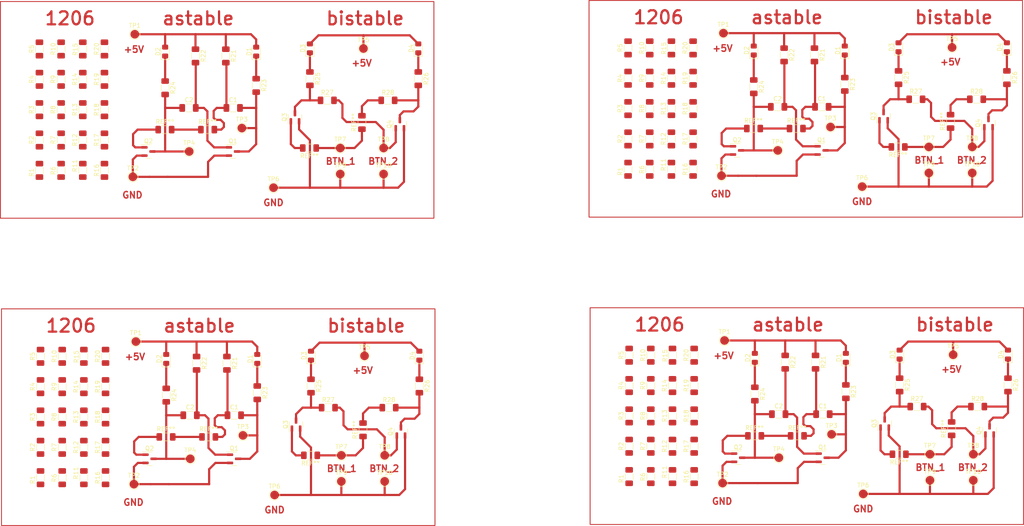
<source format=kicad_pcb>
(kicad_pcb (version 20211014) (generator pcbnew)
  (title_block (title "astable & bistable multivibrators ") (date "2024-04-29") (rev "2") (company "shklj"))
  (layers (0 "F.Cu" signal) (31 "B.Cu" signal) (34 "B.Paste" user) (35 "F.Paste" user) (36 "B.SilkS" user "B.Silkscreen") (37 "F.SilkS" user "F.Silkscreen") (38 "B.Mask" user) (39 "F.Mask" user) (44 "Edge.Cuts" user))
  (net 0 "")
  (net 1 "Net-(C1-Pad1)")
  (net 2 "Net-(C1-Pad2)")
  (net 3 "Net-(C2-Pad1)")
  (net 4 "Net-(C2-Pad2)")
  (net 5 "Net-(D1-Pad1)")
  (net 6 "Net-(D1-Pad2)")
  (net 7 "Net-(D2-Pad1)")
  (net 8 "Net-(D3-Pad1)")
  (net 9 "Net-(D3-Pad2)")
  (net 10 "Net-(D4-Pad1)")
  (net 51 "Net-(Q3-Pad2)")
  (net 52 "Net-(Q4-Pad2)")
  (net 53 "Net-(Q4-Pad3)")
  (net 54 "Net-(Q3-Pad3)")
  (net 55 "Net-(Q1-Pad1)")
  (net 56 "Net-(Q3-Pad1)")
  (footprint "Resistor_SMD:R_1206_3216Metric_Pad1.30x1.75mm_HandSolder" (layer "F.Cu") (at 85 111 -90)
    (fp_text reference "R21")
    (fp_text value "10k")
  )
  (footprint "Resistor_SMD:R_1206_3216Metric_Pad1.30x1.75mm_HandSolder" (layer "F.Cu") (at 252.2 126.1 90)
    (fp_text reference "REF**")
    (fp_text value "R_1206_3216Metric_Pad1.30x1.75mm_HandSolder" hide)
  )
  (footprint "Package_TO_SOT_SMD:SOT-23" (layer "F.Cu") (at 86.65 133.05)
    (fp_text reference "Q1")
    (fp_text value "2SC1623")
  )
  (footprint "Resistor_SMD:R_1206_3216Metric_Pad1.30x1.75mm_HandSolder" (layer "F.Cu") (at 116.4 126.35 90)
    (fp_text reference "REF**")
    (fp_text value "R_1206_3216Metric_Pad1.30x1.75mm_HandSolder" hide)
  )
  (footprint "Package_TO_SOT_SMD:SOT-23" (layer "F.Cu") (at 100.7 54.25 90)
    (fp_text reference "Q3")
    (fp_text value "2SC1623")
  )
  (footprint "Resistor_SMD:R_1206_3216Metric_Pad1.30x1.75mm_HandSolder" (layer "F.Cu") (at 240.1 132 180)
    (fp_text reference "REF**")
    (fp_text value "R_1206_3216Metric_Pad1.30x1.75mm_HandSolder" hide)
  )
  (footprint "TestPoint:TestPoint_Pad_D2.0mm" (layer "F.Cu") (at 111.4 132.25)
    (fp_text reference "TP7")
    (fp_text value "TestPoint")
  )
  (footprint "Package_TO_SOT_SMD:SOT-23" (layer "F.Cu") (at 260.95 126.5 90)
    (fp_text reference "Q4")
    (fp_text value "2SC1623")
  )
  (footprint "Resistor_SMD:R_1206_3216Metric_Pad1.30x1.75mm_HandSolder" (layer "F.Cu") (at 122.15 50.35)
    (fp_text reference "R28")
    (fp_text value "10k")
  )
  (footprint "TestPoint:TestPoint_Pad_D2.0mm" (layer "F.Cu") (at 246.95 61.1)
    (fp_text reference "TP7")
    (fp_text value "TestPoint")
  )
  (footprint "Resistor_SMD:R_1206_3216Metric_Pad1.30x1.75mm_HandSolder" (layer "F.Cu") (at 51.75 52.5 90)
    (fp_text reference "R13")
    (fp_text value "10k")
  )
  (footprint "Resistor_SMD:R_1206_3216Metric_Pad1.30x1.75mm_HandSolder" (layer "F.Cu") (at 182.55 66.25 90)
    (fp_text reference "R6")
    (fp_text value "10k")
  )
  (footprint "Resistor_SMD:R_1206_3216Metric_Pad1.30x1.75mm_HandSolder" (layer "F.Cu") (at 47 109.4 90)
    (fp_text reference "R10")
    (fp_text value "10k")
  )
  (footprint "Resistor_SMD:R_1206_3216Metric_Pad1.30x1.75mm_HandSolder" (layer "F.Cu") (at 177.55 59.25 90)
    (fp_text reference "R2")
    (fp_text value "10k")
  )
  (footprint "Resistor_SMD:R_1206_3216Metric_Pad1.30x1.75mm_HandSolder" (layer "F.Cu") (at 56.75 38.5 90)
    (fp_text reference "R20")
    (fp_text value "10k")
  )
  (footprint "Resistor_SMD:R_1206_3216Metric_Pad1.30x1.75mm_HandSolder" (layer "F.Cu") (at 182.8 116.15 90)
    (fp_text reference "R9")
    (fp_text value "10k")
  )
  (footprint "Capacitor_SMD:C_1206_3216Metric_Pad1.33x1.80mm_HandSolder" (layer "F.Cu") (at 222.25 51.85)
    (fp_text reference "C1")
    (fp_text value "4u7")
  )
  (footprint "Resistor_SMD:R_1206_3216Metric_Pad1.30x1.75mm_HandSolder" (layer "F.Cu") (at 177.8 137.15 90)
    (fp_text reference "R1")
    (fp_text value "10k")
  )
  (footprint "Resistor_SMD:R_1206_3216Metric_Pad1.30x1.75mm_HandSolder" (layer "F.Cu") (at 104.4 116.25 -90)
    (fp_text reference "R25")
    (fp_text value "200")
  )
  (footprint "TestPoint:TestPoint_Pad_D2.0mm" (layer "F.Cu") (at 88.7 127.65)
    (fp_text reference "TP3")
    (fp_text value "TestPoint")
  )
  (footprint "Resistor_SMD:R_1206_3216Metric_Pad1.30x1.75mm_HandSolder" (layer "F.Cu") (at 240.2 116 -90)
    (fp_text reference "R25")
    (fp_text value "200")
  )
  (footprint "Resistor_SMD:R_1206_3216Metric_Pad1.30x1.75mm_HandSolder" (layer "F.Cu") (at 52 130.4 90)
    (fp_text reference "R12")
    (fp_text value "10k")
  )
  (footprint "Resistor_SMD:R_1206_3216Metric_Pad1.30x1.75mm_HandSolder" (layer "F.Cu") (at 70.75 47.45 -90)
    (fp_text reference "R24")
    (fp_text value "200")
  )
  (footprint "Resistor_SMD:R_1206_3216Metric_Pad1.30x1.75mm_HandSolder" (layer "F.Cu") (at 56.75 45.5 90)
    (fp_text reference "R19")
    (fp_text value "10k")
  )
  (footprint "Resistor_SMD:R_1206_3216Metric_Pad1.30x1.75mm_HandSolder" (layer "F.Cu") (at 47 116.4 90)
    (fp_text reference "R9")
    (fp_text value "10k")
  )
  (footprint "Resistor_SMD:R_1206_3216Metric_Pad1.30x1.75mm_HandSolder" (layer "F.Cu") (at 52 109.4 90)
    (fp_text reference "R15")
    (fp_text value "10k")
  )
  (footprint "Resistor_SMD:R_1206_3216Metric_Pad1.30x1.75mm_HandSolder" (layer "F.Cu") (at 47 137.4 90)
    (fp_text reference "R6")
    (fp_text value "10k")
  )
  (footprint "LED_SMD:LED_0805_2012Metric_Pad1.15x1.40mm_HandSolder" (layer "F.Cu") (at 104.4 109.25 90)
    (fp_text reference "D3")
    (fp_text value "LED")
  )
  (footprint "Package_TO_SOT_SMD:SOT-23" (layer "F.Cu") (at 222.45 132.8)
    (fp_text reference "Q1")
    (fp_text value "2SC1623")
  )
  (footprint "Resistor_SMD:R_1206_3216Metric_Pad1.30x1.75mm_HandSolder" (layer "F.Cu") (at 108.15 50.35)
    (fp_text reference "R27")
    (fp_text value "10k")
  )
  (footprint "Resistor_SMD:R_1206_3216Metric_Pad1.30x1.75mm_HandSolder" (layer "F.Cu") (at 239.85 61.1 180)
    (fp_text reference "REF**")
    (fp_text value "R_1206_3216Metric_Pad1.30x1.75mm_HandSolder" hide)
  )
  (footprint "Resistor_SMD:R_1206_3216Metric_Pad1.30x1.75mm_HandSolder" (layer "F.Cu") (at 77.75 40.1 -90)
    (fp_text reference "R22")
    (fp_text value "10k")
  )
  (footprint "Package_TO_SOT_SMD:SOT-23" (layer "F.Cu") (at 222.2 61.9)
    (fp_text reference "Q1")
    (fp_text value "2SC1623")
  )
  (footprint "Capacitor_SMD:C_1206_3216Metric_Pad1.33x1.80mm_HandSolder" (layer "F.Cu") (at 212.05 51.85)
    (fp_text reference "C2")
    (fp_text value "4u7")
  )
  (footprint "TestPoint:TestPoint_Pad_D2.0mm" (layer "F.Cu") (at 212.35 132.8)
    (fp_text reference "TP4")
    (fp_text value "TestPoint")
  )
  (footprint "Capacitor_SMD:C_1206_3216Metric_Pad1.33x1.80mm_HandSolder" (layer "F.Cu") (at 76.5 123)
    (fp_text reference "C2")
    (fp_text value "4u7")
  )
  (footprint "Capacitor_SMD:C_1206_3216Metric_Pad1.33x1.80mm_HandSolder" (layer "F.Cu") (at 222.5 122.75)
    (fp_text reference "C1")
    (fp_text value "4u7")
  )
  (footprint "Resistor_SMD:R_1206_3216Metric_Pad1.30x1.75mm_HandSolder" (layer "F.Cu") (at 84.75 40.1 -90)
    (fp_text reference "R21")
    (fp_text value "10k")
  )
  (footprint "TestPoint:TestPoint_Pad_D2.0mm" (layer "F.Cu") (at 121.15 61.35)
    (fp_text reference "TP8")
    (fp_text value "TestPoint")
  )
  (footprint "Resistor_SMD:R_1206_3216Metric_Pad1.30x1.75mm_HandSolder" (layer "F.Cu") (at 46.75 66.5 90)
    (fp_text reference "R6")
    (fp_text value "10k")
  )
  (footprint "LED_SMD:LED_0805_2012Metric_Pad1.15x1.40mm_HandSolder" (layer "F.Cu") (at 265.2 109 90)
    (fp_text reference "D4")
    (fp_text value "LED")
  )
  (footprint "Resistor_SMD:R_1206_3216Metric_Pad1.30x1.75mm_HandSolder" (layer "F.Cu") (at 104.3 132.25 180)
    (fp_text reference "REF**")
    (fp_text value "R_1206_3216Metric_Pad1.30x1.75mm_HandSolder" hide)
  )
  (footprint "LED_SMD:LED_0805_2012Metric_Pad1.15x1.40mm_HandSolder" (layer "F.Cu") (at 92 110 90)
    (fp_text reference "D1")
    (fp_text value "LED")
  )
  (footprint "Resistor_SMD:R_1206_3216Metric_Pad1.30x1.75mm_HandSolder" (layer "F.Cu") (at 57 109.4 90)
    (fp_text reference "R20")
    (fp_text value "10k")
  )
  (footprint "Resistor_SMD:R_1206_3216Metric_Pad1.30x1.75mm_HandSolder" (layer "F.Cu") (at 187.55 52.25 90)
    (fp_text reference "R13")
    (fp_text value "10k")
  )
  (footprint "Resistor_SMD:R_1206_3216Metric_Pad1.30x1.75mm_HandSolder" (layer "F.Cu") (at 57 116.4 90)
    (fp_text reference "R19")
    (fp_text value "10k")
  )
  (footprint "Resistor_SMD:R_1206_3216Metric_Pad1.30x1.75mm_HandSolder" (layer "F.Cu") (at 192.8 130.15 90)
    (fp_text reference "R17")
    (fp_text value "10k")
  )
  (footprint "Resistor_SMD:R_1206_3216Metric_Pad1.30x1.75mm_HandSolder" (layer "F.Cu") (at 264.95 45.1 -90)
    (fp_text reference "R26")
    (fp_text value "200")
  )
  (footprint "Package_TO_SOT_SMD:SOT-23" (layer "F.Cu") (at 202.95 132.8)
    (fp_text reference "Q2")
    (fp_text value "2SC1623")
  )
  (footprint "Resistor_SMD:R_1206_3216Metric_Pad1.30x1.75mm_HandSolder" (layer "F.Cu") (at 108.4 121.25)
    (fp_text reference "R27")
    (fp_text value "10k")
  )
  (footprint "Capacitor_SMD:C_1206_3216Metric_Pad1.33x1.80mm_HandSolder" (layer "F.Cu") (at 86.7 123)
    (fp_text reference "C1")
    (fp_text value "4u7")
  )
  (footprint "TestPoint:TestPoint_Pad_D2.0mm" (layer "F.Cu") (at 252.3 38.15)
    (fp_text reference "TP5")
    (fp_text value "TestPoint")
  )
  (footprint "Resistor_SMD:R_1206_3216Metric_Pad1.30x1.75mm_HandSolder" (layer "F.Cu") (at 187.8 130.15 90)
    (fp_text reference "R12")
    (fp_text value "10k")
  )
  (footprint "TestPoint:TestPoint_Pad_D2.0mm" (layer "F.Cu") (at 88.45 56.75)
    (fp_text reference "TP3")
    (fp_text value "TestPoint")
  )
  (footprint "Resistor_SMD:R_1206_3216Metric_Pad1.30x1.75mm_HandSolder" (layer "F.Cu") (at 265.2 116 -90)
    (fp_text reference "R26")
    (fp_text value "200")
  )
  (footprint "Resistor_SMD:R_1206_3216Metric_Pad1.30x1.75mm_HandSolder" (layer "F.Cu") (at 187.55 45.25 90)
    (fp_text reference "R14")
    (fp_text value "10k")
  )
  (footprint "Resistor_SMD:R_1206_3216Metric_Pad1.30x1.75mm_HandSolder" (layer "F.Cu") (at 129.4 116.25 -90)
    (fp_text reference "R26")
    (fp_text value "200")
  )
  (footprint "Resistor_SMD:R_1206_3216Metric_Pad1.30x1.75mm_HandSolder" (layer "F.Cu") (at 57 137.4 90)
    (fp_text reference "R16")
    (fp_text value "10k")
  )
  (footprint "Resistor_SMD:R_1206_3216Metric_Pad1.30x1.75mm_HandSolder" (layer "F.Cu") (at 213.55 39.85 -90)
    (fp_text reference "R22")
    (fp_text value "10k")
  )
  (footprint "LED_SMD:LED_0805_2012Metric_Pad1.15x1.40mm_HandSolder" (layer "F.Cu") (at 240.2 109 90)
    (fp_text reference "D3")
    (fp_text value "LED")
  )
  (footprint "Resistor_SMD:R_1206_3216Metric_Pad1.30x1.75mm_HandSolder" (layer "F.Cu") (at 182.8 137.15 90)
    (fp_text reference "R6")
    (fp_text value "10k")
  )
  (footprint "TestPoint:TestPoint_Pad_D2.0mm" (layer "F.Cu") (at 76.3 62.15)
    (fp_text reference "TP4")
    (fp_text value "TestPoint")
  )
  (footprint "Resistor_SMD:R_1206_3216Metric_Pad1.30x1.75mm_HandSolder" (layer "F.Cu") (at 213.8 110.75 -90)
    (fp_text reference "R22")
    (fp_text value "10k")
  )
  (footprint "LED_SMD:LED_0805_2012Metric_Pad1.15x1.40mm_HandSolder" (layer "F.Cu") (at 91.75 39.1 90)
    (fp_text reference "D1")
    (fp_text value "LED")
  )
  (footprint "Resistor_SMD:R_1206_3216Metric_Pad1.30x1.75mm_HandSolder" (layer "F.Cu") (at 52 123.4 90)
    (fp_text reference "R13")
    (fp_text value "10k")
  )
  (footprint "Resistor_SMD:R_1206_3216Metric_Pad1.30x1.75mm_HandSolder" (layer "F.Cu") (at 80.55 57.1)
    (fp_text reference "REF**")
    (fp_text value "R_1206_3216Metric_Pad1.30x1.75mm_HandSolder" hide)
  )
  (footprint "Resistor_SMD:R_1206_3216Metric_Pad1.30x1.75mm_HandSolder" (layer "F.Cu") (at 192.8 137.15 90)
    (fp_text reference "R16")
    (fp_text value "10k")
  )
  (footprint "Resistor_SMD:R_1206_3216Metric_Pad1.30x1.75mm_HandSolder" (layer "F.Cu") (at 187.8 116.15 90)
    (fp_text reference "R14")
    (fp_text value "10k")
  )
  (footprint "LED_SMD:LED_0805_2012Metric_Pad1.15x1.40mm_HandSolder" (layer "F.Cu") (at 227.8 109.75 90)
    (fp_text reference "D1")
    (fp_text value "LED")
  )
  (footprint "TestPoint:TestPoint_Pad_D2.0mm" (layer "F.Cu") (at 64 106)
    (fp_text reference "TP1")
    (fp_text value "TestPoint")
  )
  (footprint "Resistor_SMD:R_1206_3216Metric_Pad1.30x1.75mm_HandSolder" (layer "F.Cu") (at 227.8 117.55 -90)
    (fp_text reference "R23")
    (fp_text value "200")
  )
  (footprint "TestPoint:TestPoint_Pad_D2.0mm" (layer "F.Cu") (at 121.4 138.25)
    (fp_text reference "TP10")
    (fp_text value "TestPoint")
  )
  (footprint "Resistor_SMD:R_1206_3216Metric_Pad1.30x1.75mm_HandSolder" (layer "F.Cu") (at 216.6 127.75)
    (fp_text reference "REF**")
    (fp_text value "R_1206_3216Metric_Pad1.30x1.75mm_HandSolder" hide)
  )
  (footprint "Resistor_SMD:R_1206_3216Metric_Pad1.30x1.75mm_HandSolder" (layer "F.Cu") (at 192.55 59.25 90)
    (fp_text reference "R17")
    (fp_text value "10k")
  )
  (footprint "TestPoint:TestPoint_Pad_D2.0mm" (layer "F.Cu") (at 257.2 132)
    (fp_text reference "TP8")
    (fp_text value "TestPoint")
  )
  (footprint "Resistor_SMD:R_1206_3216Metric_Pad1.30x1.75mm_HandSolder" (layer "F.Cu") (at 192.55 45.25 90)
    (fp_text reference "R19")
    (fp_text value "10k")
  )
  (footprint "Resistor_SMD:R_1206_3216Metric_Pad1.30x1.75mm_HandSolder" (layer "F.Cu") (at 51.75 59.5 90)
    (fp_text reference "R12")
    (fp_text value "10k")
  )
  (footprint "TestPoint:TestPoint_Pad_D2.0mm" (layer "F.Cu") (at 256.95 67.1)
    (fp_text reference "TP10")
    (fp_text value "TestPoint")
  )
  (footprint "TestPoint:TestPoint_Pad_D2.0mm" (layer "F.Cu") (at 63.55 138.9)
    (fp_text reference "TP2")
    (fp_text value "TestPoint")
  )
  (footprint "LED_SMD:LED_0805_2012Metric_Pad1.15x1.40mm_HandSolder" (layer "F.Cu") (at 206.8 109.75 90)
    (fp_text reference "D2")
    (fp_text value "LED")
  )
  (footprint "LED_SMD:LED_0805_2012Metric_Pad1.15x1.40mm_HandSolder" (layer "F.Cu") (at 129.4 109.25 90)
    (fp_text reference "D4")
    (fp_text value "LED")
  )
  (footprint "Resistor_SMD:R_1206_3216Metric_Pad1.30x1.75mm_HandSolder" (layer "F.Cu") (at 42 123.4 90)
    (fp_text reference "R3")
    (fp_text value "10k")
  )
  (footprint "TestPoint:TestPoint_Pad_D2.0mm" (layer "F.Cu") (at 199.8 105.75)
    (fp_text reference "TP1")
    (fp_text value "TestPoint")
  )
  (footprint "Resistor_SMD:R_1206_3216Metric_Pad1.30x1.75mm_HandSolder" (layer "F.Cu") (at 46.75 52.5 90)
    (fp_text reference "R8")
    (fp_text value "10k")
  )
  (footprint "TestPoint:TestPoint_Pad_D2.0mm" (layer "F.Cu") (at 231.55 70.25)
    (fp_text reference "TP6")
    (fp_text value "TestPoint")
  )
  (footprint "Resistor_SMD:R_1206_3216Metric_Pad1.30x1.75mm_HandSolder" (layer "F.Cu") (at 192.55 38.25 90)
    (fp_text reference "R20")
    (fp_text value "10k")
  )
  (footprint "Capacitor_SMD:C_1206_3216Metric_Pad1.33x1.80mm_HandSolder" (layer "F.Cu") (at 212.3 122.75)
    (fp_text reference "C2")
    (fp_text value "4u7")
  )
  (footprint "TestPoint:TestPoint_Pad_D2.0mm" (layer "F.Cu") (at 111.15 67.35)
    (fp_text reference "TP9")
    (fp_text value "TestPoint")
  )
  (footprint "TestPoint:TestPoint_Pad_D2.0mm" (layer "F.Cu") (at 224.25 56.5)
    (fp_text reference "TP3")
    (fp_text value "TestPoint")
  )
  (footprint "Resistor_SMD:R_1206_3216Metric_Pad1.30x1.75mm_HandSolder" (layer "F.Cu") (at 239.95 45.1 -90)
    (fp_text reference "R25")
    (fp_text value "200")
  )
  (footprint "Resistor_SMD:R_1206_3216Metric_Pad1.30x1.75mm_HandSolder" (layer "F.Cu") (at 187.55 59.25 90)
    (fp_text reference "R12")
    (fp_text value "10k")
  )
  (footprint "Resistor_SMD:R_1206_3216Metric_Pad1.30x1.75mm_HandSolder" (layer "F.Cu") (at 41.75 52.5 90)
    (fp_text reference "R3")
    (fp_text value "10k")
  )
  (footprint "Resistor_SMD:R_1206_3216Metric_Pad1.30x1.75mm_HandSolder" (layer "F.Cu") (at 42 130.4 90)
    (fp_text reference "R2")
    (fp_text value "10k")
  )
  (footprint "Resistor_SMD:R_1206_3216Metric_Pad1.30x1.75mm_HandSolder" (layer "F.Cu") (at 206.55 47.2 -90)
    (fp_text reference "R24")
    (fp_text value "200")
  )
  (footprint "Resistor_SMD:R_1206_3216Metric_Pad1.30x1.75mm_HandSolder" (layer "F.Cu") (at 42 137.4 90)
    (fp_text reference "R1")
    (fp_text value "10k")
  )
  (footprint "Resistor_SMD:R_1206_3216Metric_Pad1.30x1.75mm_HandSolder" (layer "F.Cu") (at 51.75 45.5 90)
    (fp_text reference "R14")
    (fp_text value "10k")
  )
  (footprint "Resistor_SMD:R_1206_3216Metric_Pad1.30x1.75mm_HandSolder" (layer "F.Cu") (at 92 117.8 -90)
    (fp_text reference "R23")
    (fp_text value "200")
  )
  (footprint "Resistor_SMD:R_1206_3216Metric_Pad1.30x1.75mm_HandSolder" (layer "F.Cu") (at 51.75 66.5 90)
    (fp_text reference "R11")
    (fp_text value "10k")
  )
  (footprint "TestPoint:TestPoint_Pad_D2.0mm" (layer "F.Cu") (at 121.4 132.25)
    (fp_text reference "TP8")
    (fp_text value "TestPoint")
  )
  (footprint "LED_SMD:LED_0805_2012Metric_Pad1.15x1.40mm_HandSolder" (layer "F.Cu") (at 239.95 38.1 90)
    (fp_text reference "D3")
    (fp_text value "LED")
  )
  (footprint "TestPoint:TestPoint_Pad_D2.0mm" (layer "F.Cu") (at 231.8 141.15)
    (fp_text reference "TP6")
    (fp_text value "TestPoint")
  )
  (footprint "Resistor_SMD:R_1206_3216Metric_Pad1.30x1.75mm_HandSolder" (layer "F.Cu") (at 177.55 52.25 90)
    (fp_text reference "R3")
    (fp_text value "10k")
  )
  (footprint "Resistor_SMD:R_1206_3216Metric_Pad1.30x1.75mm_HandSolder" (layer "F.Cu") (at 177.8 109.15 90)
    (fp_text reference "R5")
    (fp_text value "10k")
  )
  (footprint "Resistor_SMD:R_1206_3216Metric_Pad1.30x1.75mm_HandSolder" (layer "F.Cu") (at 56.75 66.5 90)
    (fp_text reference "R16")
    (fp_text value "10k")
  )
  (footprint "Resistor_SMD:R_1206_3216Metric_Pad1.30x1.75mm_HandSolder" (layer "F.Cu") (at 51.75 38.5 90)
    (fp_text reference "R15")
    (fp_text value "10k")
  )
  (footprint "Package_TO_SOT_SMD:SOT-23" (layer "F.Cu") (at 125.15 126.75 90)
    (fp_text reference "Q4")
    (fp_text value "2SC1623")
  )
  (footprint "Resistor_SMD:R_1206_3216Metric_Pad1.30x1.75mm_HandSolder" (layer "F.Cu") (at 177.8 123.15 90)
    (fp_text reference "R3")
    (fp_text value "10k")
  )
  (footprint "Resistor_SMD:R_1206_3216Metric_Pad1.30x1.75mm_HandSolder" (layer "F.Cu") (at 46.75 45.5 90)
    (fp_text reference "R9")
    (fp_text value "10k")
  )
  (footprint "Resistor_SMD:R_1206_3216Metric_Pad1.30x1.75mm_HandSolder" (layer "F.Cu") (at 187.8 123.15 90)
    (fp_text reference "R13")
    (fp_text value "10k")
  )
  (footprint "Resistor_SMD:R_1206_3216Metric_Pad1.30x1.75mm_HandSolder" (layer "F.Cu") (at 47 123.4 90)
    (fp_text reference "R8")
    (fp_text value "10k")
  )
  (footprint "Resistor_SMD:R_1206_3216Metric_Pad1.30x1.75mm_HandSolder" (layer "F.Cu") (at 56.75 52.5 90)
    (fp_text reference "R18")
    (fp_text value "10k")
  )
  (footprint "Resistor_SMD:R_1206_3216Metric_Pad1.30x1.75mm_HandSolder" (layer "F.Cu") (at 243.95 50.1)
    (fp_text reference "R27")
    (fp_text value "10k")
  )
  (footprint "TestPoint:TestPoint_Pad_D2.0mm" (layer "F.Cu") (at 95.75 70.5)
    (fp_text reference "TP6")
    (fp_text value "TestPoint")
  )
  (footprint "LED_SMD:LED_0805_2012Metric_Pad1.15x1.40mm_HandSolder" (layer "F.Cu") (at 70.75 39.1 90)
    (fp_text reference "D2")
    (fp_text value "LED")
  )
  (footprint "Resistor_SMD:R_1206_3216Metric_Pad1.30x1.75mm_HandSolder" (layer "F.Cu") (at 220.55 39.85 -90)
    (fp_text reference "R21")
    (fp_text value "10k")
  )
  (footprint "Capacitor_SMD:C_1206_3216Metric_Pad1.33x1.80mm_HandSolder" (layer "F.Cu") (at 86.45 52.1)
    (fp_text reference "C1")
    (fp_text value "4u7")
  )
  (footprint "Resistor_SMD:R_1206_3216Metric_Pad1.30x1.75mm_HandSolder" (layer "F.Cu") (at 57 130.4 90)
    (fp_text reference "R17")
    (fp_text value "10k")
  )
  (footprint "Resistor_SMD:R_1206_3216Metric_Pad1.30x1.75mm_HandSolder" (layer "F.Cu") (at 41.75 66.5 90)
    (fp_text reference "R1")
    (fp_text value "10k")
  )
  (footprint "Package_TO_SOT_SMD:SOT-23" (layer "F.Cu") (at 260.7 55.6 90)
    (fp_text reference "Q4")
    (fp_text value "2SC1623")
  )
  (footprint "Resistor_SMD:R_1206_3216Metric_Pad1.30x1.75mm_HandSolder" (layer "F.Cu") (at 251.95 55.2 90)
    (fp_text reference "REF**")
    (fp_text value "R_1206_3216Metric_Pad1.30x1.75mm_HandSolder" hide)
  )
  (footprint "Resistor_SMD:R_1206_3216Metric_Pad1.30x1.75mm_HandSolder" (layer "F.Cu") (at 129.15 45.35 -90)
    (fp_text reference "R26")
    (fp_text value "200")
  )
  (footprint "Package_TO_SOT_SMD:SOT-23" (layer "F.Cu") (at 100.95 125.15 90)
    (fp_text reference "Q3")
    (fp_text value "2SC1623")
  )
  (footprint "TestPoint:TestPoint_Pad_D2.0mm" (layer "F.Cu") (at 224.5 127.4)
    (fp_text reference "TP3")
    (fp_text value "TestPoint")
  )
  (footprint "Resistor_SMD:R_1206_3216Metric_Pad1.30x1.75mm_HandSolder" (layer "F.Cu") (at 56.75 59.5 90)
    (fp_text reference "R17")
    (fp_text value "10k")
  )
  (footprint "Resistor_SMD:R_1206_3216Metric_Pad1.30x1.75mm_HandSolder" (layer "F.Cu") (at 177.8 116.15 90)
    (fp_text reference "R4")
    (fp_text value "10k")
  )
  (footprint "TestPoint:TestPoint_Pad_D2.0mm" (layer "F.Cu") (at 247.2 132)
    (fp_text reference "TP7")
    (fp_text value "TestPoint")
  )
  (footprint "Resistor_SMD:R_1206_3216Metric_Pad1.30x1.75mm_HandSolder" (layer "F.Cu") (at 52 137.4 90)
    (fp_text reference "R11")
    (fp_text value "10k")
  )
  (footprint "Resistor_SMD:R_1206_3216Metric_Pad1.30x1.75mm_HandSolder" (layer "F.Cu") (at 104.15 45.35 -90)
    (fp_text reference "R25")
    (fp_text value "200")
  )
  (footprint "Resistor_SMD:R_1206_3216Metric_Pad1.30x1.75mm_HandSolder" (layer "F.Cu") (at 187.55 38.25 90)
    (fp_text reference "R15")
    (fp_text value "10k")
  )
  (footprint "TestPoint:TestPoint_Pad_D2.0mm" (layer "F.Cu") (at 111.15 61.35)
    (fp_text reference "TP7")
    (fp_text value "TestPoint")
  )
  (footprint "TestPoint:TestPoint_Pad_D2.0mm" (layer "F.Cu") (at 199.1 67.75)
    (fp_text reference "TP2")
    (fp_text value "TestPoint")
  )
  (footprint "TestPoint:TestPoint_Pad_D2.0mm" (layer "F.Cu") (at 252.55 109.05)
    (fp_text reference "TP5")
    (fp_text value "TestPoint")
  )
  (footprint "LED_SMD:LED_0805_2012Metric_Pad1.15x1.40mm_HandSolder" (layer "F.Cu") (at 264.95 38.1 90)
    (fp_text reference "D4")
    (fp_text value "LED")
  )
  (footprint "Resistor_SMD:R_1206_3216Metric_Pad1.30x1.75mm_HandSolder" (layer "F.Cu") (at 78 111 -90)
    (fp_text reference "R22")
    (fp_text value "10k")
  )
  (footprint "TestPoint:TestPoint_Pad_D2.0mm" (layer "F.Cu") (at 96 141.4)
    (fp_text reference "TP6")
    (fp_text value "TestPoint")
  )
  (footprint "TestPoint:TestPoint_Pad_D2.0mm" (layer "F.Cu") (at 63.75 35.1)
    (fp_text reference "TP1")
    (fp_text value "TestPoint")
  )
  (footprint "TestPoint:TestPoint_Pad_D2.0mm" (layer "F.Cu") (at 116.75 109.3)
    (fp_text reference "TP5")
    (fp_text value "TestPoint")
  )
  (footprint "Resistor_SMD:R_1206_3216Metric_Pad1.30x1.75mm_HandSolder" (layer "F.Cu") (at 177.55 66.25 90)
    (fp_text reference "R1")
    (fp_text value "10k")
  )
  (footprint "Resistor_SMD:R_1206_3216Metric_Pad1.30x1.75mm_HandSolder" (layer "F.Cu") (at 206.75 127.75)
    (fp_text reference "REF**")
    (fp_text value "R_1206_3216Metric_Pad1.30x1.75mm_HandSolder" hide)
  )
  (footprint "Resistor_SMD:R_1206_3216Metric_Pad1.30x1.75mm_HandSolder" (layer "F.Cu") (at 91.75 46.9 -90)
    (fp_text reference "R23")
    (fp_text value "200")
  )
  (footprint "Resistor_SMD:R_1206_3216Metric_Pad1.30x1.75mm_HandSolder" (layer "F.Cu") (at 187.55 66.25 90)
    (fp_text reference "R11")
    (fp_text value "10k")
  )
  (footprint "Resistor_SMD:R_1206_3216Metric_Pad1.30x1.75mm_HandSolder" (layer "F.Cu") (at 182.55 38.25 90)
    (fp_text reference "R10")
    (fp_text value "10k")
  )
  (footprint "Resistor_SMD:R_1206_3216Metric_Pad1.30x1.75mm_HandSolder" (layer "F.Cu") (at 70.7 57.1)
    (fp_text reference "REF**")
    (fp_text value "R_1206_3216Metric_Pad1.30x1.75mm_HandSolder" hide)
  )
  (footprint "Resistor_SMD:R_1206_3216Metric_Pad1.30x1.75mm_HandSolder" (layer "F.Cu") (at 177.8 130.15 90)
    (fp_text reference "R2")
    (fp_text value "10k")
  )
  (footprint "Resistor_SMD:R_1206_3216Metric_Pad1.30x1.75mm_HandSolder" (layer "F.Cu") (at 192.8 116.15 90)
    (fp_text reference "R19")
    (fp_text value "10k")
  )
  (footprint "Resistor_SMD:R_1206_3216Metric_Pad1.30x1.75mm_HandSolder" (layer "F.Cu") (at 192.8 109.15 90)
    (fp_text reference "R20")
    (fp_text value "10k")
  )
  (footprint "Resistor_SMD:R_1206_3216Metric_Pad1.30x1.75mm_HandSolder" (layer "F.Cu") (at 57 123.4 90)
    (fp_text reference "R18")
    (fp_text value "10k")
  )
  (footprint "Resistor_SMD:R_1206_3216Metric_Pad1.30x1.75mm_HandSolder" (layer "F.Cu") (at 104.05 61.35 180)
    (fp_text reference "REF**")
    (fp_text value "R_1206_3216Metric_Pad1.30x1.75mm_HandSolder" hide)
  )
  (footprint "Resistor_SMD:R_1206_3216Metric_Pad1.30x1.75mm_HandSolder" (layer "F.Cu") (at 41.75 59.5 90)
    (fp_text reference "R2")
    (fp_text value "10k")
  )
  (footprint "Resistor_SMD:R_1206_3216Metric_Pad1.30x1.75mm_HandSolder" (layer "F.Cu") (at 227.55 46.65 -90)
    (fp_text reference "R23")
    (fp_text value "200")
  )
  (footprint "LED_SMD:LED_0805_2012Metric_Pad1.15x1.40mm_HandSolder" (layer "F.Cu") (at 129.15 38.35 90)
    (fp_text reference "D4")
    (fp_text value "LED")
  )
  (footprint "Package_TO_SOT_SMD:SOT-23" (layer "F.Cu") (at 124.9 55.85 90)
    (fp_text reference "Q4")
    (fp_text value "2SC1623")
  )
  (footprint "Resistor_SMD:R_1206_3216Metric_Pad1.30x1.75mm_HandSolder" (layer "F.Cu") (at 187.8 137.15 90)
    (fp_text reference "R11")
    (fp_text value "10k")
  )
  (footprint "TestPoint:TestPoint_Pad_D2.0mm" (layer "F.Cu") (at 257.2 138)
    (fp_text reference "TP10")
    (fp_text value "TestPoint")
  )
  (footprint "Resistor_SMD:R_1206_3216Metric_Pad1.30x1.75mm_HandSolder" (layer "F.Cu") (at 46.75 38.5 90)
    (fp_text reference "R10")
    (fp_text value "10k")
  )
  (footprint "Resistor_SMD:R_1206_3216Metric_Pad1.30x1.75mm_HandSolder" (layer "F.Cu") (at 41.75 45.5 90)
    (fp_text reference "R4")
    (fp_text value "10k")
  )
  (footprint "Resistor_SMD:R_1206_3216Metric_Pad1.30x1.75mm_HandSolder" (layer "F.Cu") (at 258.2 121)
    (fp_text reference "R28")
    (fp_text value "10k")
  )
  (footprint "Resistor_SMD:R_1206_3216Metric_Pad1.30x1.75mm_HandSolder" (layer "F.Cu") (at 244.2 121)
    (fp_text reference "R27")
    (fp_text value "10k")
  )
  (footprint "LED_SMD:LED_0805_2012Metric_Pad1.15x1.40mm_HandSolder" (layer "F.Cu") (at 206.55 38.85 90)
    (fp_text reference "D2")
    (fp_text value "LED")
  )
  (footprint "Resistor_SMD:R_1206_3216Metric_Pad1.30x1.75mm_HandSolder" (layer "F.Cu") (at 206.8 118.1 -90)
    (fp_text reference "R24")
    (fp_text value "200")
  )
  (footprint "TestPoint:TestPoint_Pad_D2.0mm" (layer "F.Cu") (at 246.95 67.1)
    (fp_text reference "TP9")
    (fp_text value "TestPoint")
  )
  (footprint "Resistor_SMD:R_1206_3216Metric_Pad1.30x1.75mm_HandSolder" (layer "F.Cu") (at 182.55 52.25 90)
    (fp_text reference "R8")
    (fp_text value "10k")
  )
  (footprint "Resistor_SMD:R_1206_3216Metric_Pad1.30x1.75mm_HandSolder" (layer "F.Cu") (at 70.95 128)
    (fp_text reference "REF**")
    (fp_text value "R_1206_3216Metric_Pad1.30x1.75mm_HandSolder" hide)
  )
  (footprint "Resistor_SMD:R_1206_3216Metric_Pad1.30x1.75mm_HandSolder" (layer "F.Cu") (at 80.8 128)
    (fp_text reference "REF**")
    (fp_text value "R_1206_3216Metric_Pad1.30x1.75mm_HandSolder" hide)
  )
  (footprint "Resistor_SMD:R_1206_3216Metric_Pad1.30x1.75mm_HandSolder" (layer "F.Cu") (at 42 116.4 90)
    (fp_text reference "R4")
    (fp_text value "10k")
  )
  (footprint "TestPoint:TestPoint_Pad_D2.0mm" (layer "F.Cu") (at 76.55 133.05)
    (fp_text reference "TP4")
    (fp_text value "TestPoint")
  )
  (footprint "Resistor_SMD:R_1206_3216Metric_Pad1.30x1.75mm_HandSolder" (layer "F.Cu") (at 177.55 45.25 90)
    (fp_text reference "R4")
    (fp_text value "10k")
  )
  (footprint "Resistor_SMD:R_1206_3216Metric_Pad1.30x1.75mm_HandSolder" (layer "F.Cu") (at 206.5 56.85)
    (fp_text reference "REF**")
    (fp_text value "R_1206_3216Metric_Pad1.30x1.75mm_HandSolder" hide)
  )
  (footprint "Resistor_SMD:R_1206_3216Metric_Pad1.30x1.75mm_HandSolder" (layer "F.Cu") (at 47 130.4 90)
    (fp_text reference "R7")
    (fp_text value "10k")
  )
  (footprint "Resistor_SMD:R_1206_3216Metric_Pad1.30x1.75mm_HandSolder" (layer "F.Cu") (at 216.35 56.85)
    (fp_text reference "REF**")
    (fp_text value "R_1206_3216Metric_Pad1.30x1.75mm_HandSolder" hide)
  )
  (footprint "Resistor_SMD:R_1206_3216Metric_Pad1.30x1.75mm_HandSolder" (layer "F.Cu") (at 41.75 38.5 90)
    (fp_text reference "R5")
    (fp_text value "10k")
  )
  (footprint "Resistor_SMD:R_1206_3216Metric_Pad1.30x1.75mm_HandSolder" (layer "F.Cu") (at 192.55 52.25 90)
    (fp_text reference "R18")
    (fp_text value "10k")
  )
  (footprint "LED_SMD:LED_0805_2012Metric_Pad1.15x1.40mm_HandSolder" (layer "F.Cu") (at 104.15 38.35 90)
    (fp_text reference "D3")
    (fp_text value "LED")
  )
  (footprint "Resistor_SMD:R_1206_3216Metric_Pad1.30x1.75mm_HandSolder" (layer "F.Cu") (at 177.55 38.25 90)
    (fp_text reference "R5")
    (fp_text value "10k")
  )
  (footprint "Package_TO_SOT_SMD:SOT-23" (layer "F.Cu") (at 236.5 54 90)
    (fp_text reference "Q3")
    (fp_text value "2SC1623")
  )
  (footprint "Resistor_SMD:R_1206_3216Metric_Pad1.30x1.75mm_HandSolder" (layer "F.Cu") (at 46.75 59.5 90)
    (fp_text reference "R7")
    (fp_text value "10k")
  )
  (footprint "Package_TO_SOT_SMD:SOT-23" (layer "F.Cu") (at 236.75 124.9 90)
    (fp_text reference "Q3")
    (fp_text value "2SC1623")
  )
  (footprint "Resistor_SMD:R_1206_3216Metric_Pad1.30x1.75mm_HandSolder" (layer "F.Cu") (at 182.8 109.15 90)
    (fp_text reference "R10")
    (fp_text value "10k")
  )
  (footprint "LED_SMD:LED_0805_2012Metric_Pad1.15x1.40mm_HandSolder" (layer "F.Cu") (at 227.55 38.85 90)
    (fp_text reference "D1")
    (fp_text value "LED")
  )
  (footprint "TestPoint:TestPoint_Pad_D2.0mm" (layer "F.Cu") (at 63.3 68)
    (fp_text reference "TP2")
    (fp_text value "TestPoint")
  )
  (footprint "TestPoint:TestPoint_Pad_D2.0mm" (layer "F.Cu") (at 256.95 61.1)
    (fp_text reference "TP8")
    (fp_text value "TestPoint")
  )
  (footprint "Resistor_SMD:R_1206_3216Metric_Pad1.30x1.75mm_HandSolder" (layer "F.Cu") (at 71 118.35 -90)
    (fp_text reference "R24")
    (fp_text value "200")
  )
  (footprint "Resistor_SMD:R_1206_3216Metric_Pad1.30x1.75mm_HandSolder" (layer "F.Cu") (at 192.55 66.25 90)
    (fp_text reference "R16")
    (fp_text value "10k")
  )
  (footprint "Resistor_SMD:R_1206_3216Metric_Pad1.30x1.75mm_HandSolder" (layer "F.Cu") (at 182.55 59.25 90)
    (fp_text reference "R7")
    (fp_text value "10k")
  )
  (footprint "Resistor_SMD:R_1206_3216Metric_Pad1.30x1.75mm_HandSolder" (layer "F.Cu") (at 42 109.4 90)
    (fp_text reference "R5")
    (fp_text value "10k")
  )
  (footprint "Package_TO_SOT_SMD:SOT-23" (layer "F.Cu") (at 67.15 133.05)
    (fp_text reference "Q2")
    (fp_text value "2SC1623")
  )
  (footprint "Resistor_SMD:R_1206_3216Metric_Pad1.30x1.75mm_HandSolder" (layer "F.Cu") (at 220.8 110.75 -90)
    (fp_text reference "R21")
    (fp_text value "10k")
  )
  (footprint "Resistor_SMD:R_1206_3216Metric_Pad1.30x1.75mm_HandSolder" (layer "F.Cu") (at 182.8 123.15 90)
    (fp_text reference "R8")
    (fp_text value "10k")
  )
  (footprint "TestPoint:TestPoint_Pad_D2.0mm" (layer "F.Cu") (at 247.2 138)
    (fp_text reference "TP9")
    (fp_text value "TestPoint")
  )
  (footprint "Resistor_SMD:R_1206_3216Metric_Pad1.30x1.75mm_HandSolder" (layer "F.Cu") (at 187.8 109.15 90)
    (fp_text reference "R15")
    (fp_text value "10k")
  )
  (footprint "Resistor_SMD:R_1206_3216Metric_Pad1.30x1.75mm_HandSolder" (layer "F.Cu") (at 116.15 55.45 90)
    (fp_text reference "REF**")
    (fp_text value "R_1206_3216Metric_Pad1.30x1.75mm_HandSolder" hide)
  )
  (footprint "Resistor_SMD:R_1206_3216Metric_Pad1.30x1.75mm_HandSolder" (layer "F.Cu") (at 52 116.4 90)
    (fp_text reference "R14")
    (fp_text value "10k")
  )
  (footprint "TestPoint:TestPoint_Pad_D2.0mm" (layer "F.Cu") (at 116.5 38.4)
    (fp_text reference "TP5")
    (fp_text value "TestPoint")
  )
  (footprint "TestPoint:TestPoint_Pad_D2.0mm" (layer "F.Cu") (at 111.4 138.25)
    (fp_text reference "TP9")
    (fp_text value "TestPoint")
  )
  (footprint "TestPoint:TestPoint_Pad_D2.0mm" (layer "F.Cu") (at 121.15 67.35)
    (fp_text reference "TP10")
    (fp_text value "TestPoint")
  )
  (footprint "Resistor_SMD:R_1206_3216Metric_Pad1.30x1.75mm_HandSolder" (layer "F.Cu") (at 257.95 50.1)
    (fp_text reference "R28")
    (fp_text value "10k")
  )
  (footprint "TestPoint:TestPoint_Pad_D2.0mm" (layer "F.Cu") (at 212.1 61.9)
    (fp_text reference "TP4")
    (fp_text value "TestPoint")
  )
  (footprint "TestPoint:TestPoint_Pad_D2.0mm" (layer "F.Cu") (at 199.35 138.65)
    (fp_text reference "TP2")
    (fp_text value "TestPoint")
  )
  (footprint "Resistor_SMD:R_1206_3216Metric_Pad1.30x1.75mm_HandSolder" (layer "F.Cu") (at 122.4 121.25)
    (fp_text reference "R28")
    (fp_text value "10k")
  )
  (footprint "Resistor_SMD:R_1206_3216Metric_Pad1.30x1.75mm_HandSolder" (layer "F.Cu") (at 182.55 45.25 90)
    (fp_text reference "R9")
    (fp_text value "10k")
  )
  (footprint "LED_SMD:LED_0805_2012Metric_Pad1.15x1.40mm_HandSolder" (layer "F.Cu") (at 71 110 90)
    (fp_text reference "D2")
    (fp_text value "LED")
  )
  (footprint "Capacitor_SMD:C_1206_3216Metric_Pad1.33x1.80mm_HandSolder" (layer "F.Cu") (at 76.25 52.1)
    (fp_text reference "C2")
    (fp_text value "4u7")
  )
  (footprint "Package_TO_SOT_SMD:SOT-23" (layer "F.Cu") (at 86.4 62.15)
    (fp_text reference "Q1")
    (fp_text value "2SC1623")
  )
  (footprint "TestPoint:TestPoint_Pad_D2.0mm" (layer "F.Cu") (at 199.55 34.85)
    (fp_text reference "TP1")
    (fp_text value "TestPoint")
  )
  (footprint "Package_TO_SOT_SMD:SOT-23" (layer "F.Cu") (at 202.7 61.9)
    (fp_text reference "Q2")
    (fp_text value "2SC1623")
  )
  (footprint "Package_TO_SOT_SMD:SOT-23" (layer "F.Cu") (at 66.9 62.15)
    (fp_text reference "Q2")
    (fp_text value "2SC1623")
  )
  (footprint "Resistor_SMD:R_1206_3216Metric_Pad1.30x1.75mm_HandSolder" (layer "F.Cu") (at 182.8 130.15 90)
    (fp_text reference "R7")
    (fp_text value "10k")
  )
  (footprint "Resistor_SMD:R_1206_3216Metric_Pad1.30x1.75mm_HandSolder" (layer "F.Cu") (at 192.8 123.15 90)
    (fp_text reference "R18")
    (fp_text value "10k")
  )
  (gr_rect (start 33 98.45) (end 133 148.45) (layer "F.Cu") (width 0.2) (fill none))
  (gr_rect (start 32.75 27.55) (end 132.75 77.55) (layer "F.Cu") (width 0.2) (fill none))
  (gr_rect (start 168.8 98.2) (end 268.8 148.2) (layer "F.Cu") (width 0.2) (fill none))
  (gr_rect (start 168.55 27.3) (end 268.55 77.3) (layer "F.Cu") (width 0.2) (fill none))
  (gr_text "BTN_1" (at 111.5 135.3) (layer "F.Cu") (effects (font (size 1.5 1.5) (thickness 0.3))))
  (gr_text "BTN_1" (at 247.05 64.15) (layer "F.Cu") (effects (font (size 1.5 1.5) (thickness 0.3))))
  (gr_text "GND" (at 63.2 72.2) (layer "F.Cu") (effects (font (size 1.5 1.5) (thickness 0.3))))
  (gr_text "+5V" (at 199.35 38.35) (layer "F.Cu") (effects (font (size 1.5 1.5) (thickness 0.3))))
  (gr_text "BTN_2" (at 257.1 135.05) (layer "F.Cu") (effects (font (size 1.5 1.5) (thickness 0.3))))
  (gr_text "bistable" (at 252.7 31.2) (layer "F.Cu") (effects (font (size 3 3) (thickness 0.5))))
  (gr_text "GND" (at 63.45 143.1) (layer "F.Cu") (effects (font (size 1.5 1.5) (thickness 0.3))))
  (gr_text "astable" (at 78.4 31.45) (layer "F.Cu") (effects (font (size 3 3) (thickness 0.5))))
  (gr_text "astable" (at 214.2 31.2) (layer "F.Cu") (effects (font (size 3 3) (thickness 0.5))))
  (gr_text "astable" (at 78.65 102.35) (layer "F.Cu") (effects (font (size 3 3) (thickness 0.5))))
  (gr_text "GND" (at 199 71.95) (layer "F.Cu") (effects (font (size 1.5 1.5) (thickness 0.3))))
  (gr_text "BTN_2" (at 121.3 135.3) (layer "F.Cu") (effects (font (size 1.5 1.5) (thickness 0.3))))
  (gr_text "+5V" (at 252.15 112.4) (layer "F.Cu") (effects (font (size 1.5 1.5) (thickness 0.3))))
  (gr_text "astable" (at 214.45 102.1) (layer "F.Cu") (effects (font (size 3 3) (thickness 0.5))))
  (gr_text "GND" (at 231.8 144.6) (layer "F.Cu") (effects (font (size 1.5 1.5) (thickness 0.3))))
  (gr_text "GND" (at 231.55 73.7) (layer "F.Cu") (effects (font (size 1.5 1.5) (thickness 0.3))))
  (gr_text "1206" (at 184.85 102.1) (layer "F.Cu") (effects (font (size 3 3) (thickness 0.5))))
  (gr_text "BTN_2" (at 256.85 64.15) (layer "F.Cu") (effects (font (size 1.5 1.5) (thickness 0.3))))
  (gr_text "GND" (at 95.75 73.95) (layer "F.Cu") (effects (font (size 1.5 1.5) (thickness 0.3))))
  (gr_text "1206" (at 49.05 102.35) (layer "F.Cu") (effects (font (size 3 3) (thickness 0.5))))
  (gr_text "+5V" (at 116.35 112.65) (layer "F.Cu") (effects (font (size 1.5 1.5) (thickness 0.3))))
  (gr_text "GND" (at 199.25 142.85) (layer "F.Cu") (effects (font (size 1.5 1.5) (thickness 0.3))))
  (gr_text "+5V" (at 199.6 109.25) (layer "F.Cu") (effects (font (size 1.5 1.5) (thickness 0.3))))
  (gr_text "+5V" (at 63.8 109.5) (layer "F.Cu") (effects (font (size 1.5 1.5) (thickness 0.3))))
  (gr_text "bistable" (at 252.95 102.1) (layer "F.Cu") (effects (font (size 3 3) (thickness 0.5))))
  (gr_text "1206" (at 184.6 31.2) (layer "F.Cu") (effects (font (size 3 3) (thickness 0.5))))
  (gr_text "+5V" (at 63.55 38.6) (layer "F.Cu") (effects (font (size 1.5 1.5) (thickness 0.3))))
  (gr_text "BTN_1" (at 111.25 64.4) (layer "F.Cu") (effects (font (size 1.5 1.5) (thickness 0.3))))
  (gr_text "bistable" (at 117.15 102.35) (layer "F.Cu") (effects (font (size 3 3) (thickness 0.5))))
  (gr_text "1206" (at 48.8 31.45) (layer "F.Cu") (effects (font (size 3 3) (thickness 0.5))))
  (gr_text "BTN_2" (at 121.05 64.4) (layer "F.Cu") (effects (font (size 1.5 1.5) (thickness 0.3))))
  (gr_text "+5V" (at 116.1 41.75) (layer "F.Cu") (effects (font (size 1.5 1.5) (thickness 0.3))))
  (gr_text "GND" (at 96 144.85) (layer "F.Cu") (effects (font (size 1.5 1.5) (thickness 0.3))))
  (gr_text "BTN_1" (at 247.3 135.05) (layer "F.Cu") (effects (font (size 1.5 1.5) (thickness 0.3))))
  (gr_text "+5V" (at 251.9 41.5) (layer "F.Cu") (effects (font (size 1.5 1.5) (thickness 0.3))))
  (gr_text "bistable" (at 116.9 31.45) (layer "F.Cu") (effects (font (size 3 3) (thickness 0.5))))
  (segment (start 199.65 60.95) (end 199.15 60.45) (width 0.5) (layer "F.Cu") (net 1))
  (segment (start 218.45 125.5) (end 218 125.05) (width 0.5) (layer "F.Cu") (net 1))
  (segment (start 199.9 131.85) (end 199.4 131.35) (width 0.5) (layer "F.Cu") (net 1))
  (segment (start 84.8875 41.7875) (end 84.75 41.65) (width 0.25) (layer "F.Cu") (net 1))
  (segment (start 66.2125 132.1) (end 64.1 132.1) (width 0.5) (layer "F.Cu") (net 1))
  (segment (start 220.6875 51.85) (end 220.6875 41.5375) (width 0.5) (layer "F.Cu") (net 1))
  (segment (start 217.75 52.55) (end 218.45 51.85) (width 0.5) (layer "F.Cu") (net 1))
  (segment (start 199.15 60.45) (end 199.15 57.9) (width 0.5) (layer "F.Cu") (net 1))
  (segment (start 202.0125 131.85) (end 199.9 131.85) (width 0.5) (layer "F.Cu") (net 1))
  (segment (start 72.25 57.1) (end 79 57.1) (width 0.5) (layer "F.Cu") (net 1))
  (segment (start 218 123.45) (end 218.7 122.75) (width 0.5) (layer "F.Cu") (net 1))
  (segment (start 208.05 56.85) (end 214.8 56.85) (width 0.5) (layer "F.Cu") (net 1))
  (segment (start 64.4 57.1) (end 69.15 57.1) (width 0.5) (layer "F.Cu") (net 1))
  (segment (start 220.1 56.25) (end 220.1 55.35) (width 0.5) (layer "F.Cu") (net 1))
  (segment (start 219.6 125.5) (end 218.45 125.5) (width 0.5) (layer "F.Cu") (net 1))
  (segment (start 63.85 61.2) (end 63.35 60.7) (width 0.5) (layer "F.Cu") (net 1))
  (segment (start 82.9 123) (end 85.1375 123) (width 0.5) (layer "F.Cu") (net 1))
  (segment (start 220.6875 41.5375) (end 220.55 41.4) (width 0.25) (layer "F.Cu") (net 1))
  (segment (start 199.4 131.35) (end 199.4 128.8) (width 0.5) (layer "F.Cu") (net 1))
  (segment (start 220.9375 122.75) (end 220.9375 112.4375) (width 0.5) (layer "F.Cu") (net 1))
  (segment (start 220.9375 112.4375) (end 220.8 112.3) (width 0.25) (layer "F.Cu") (net 1))
  (segment (start 220.1 55.35) (end 219.35 54.6) (width 0.5) (layer "F.Cu") (net 1))
  (segment (start 82.65 125.75) (end 82.2 125.3) (width 0.5) (layer "F.Cu") (net 1))
  (segment (start 64.1 132.1) (end 63.6 131.6) (width 0.5) (layer "F.Cu") (net 1))
  (segment (start 82.35 128) (end 83.95 128) (width 0.5) (layer "F.Cu") (net 1))
  (segment (start 220.35 126.25) (end 219.6 125.5) (width 0.5) (layer "F.Cu") (net 1))
  (segment (start 82.65 52.1) (end 84.8875 52.1) (width 0.5) (layer "F.Cu") (net 1))
  (segment (start 199.15 57.9) (end 200.2 56.85) (width 0.5) (layer "F.Cu") (net 1))
  (segment (start 83.95 128) (end 84.55 127.4) (width 0.5) (layer "F.Cu") (net 1))
  (segment (start 208.3 127.75) (end 215.05 127.75) (width 0.5) (layer "F.Cu") (net 1))
  (segment (start 85.1375 112.6875) (end 85 112.55) (width 0.25) (layer "F.Cu") (net 1))
  (segment (start 220.35 127.15) (end 220.35 126.25) (width 0.5) (layer "F.Cu") (net 1))
  (segment (start 201.7625 60.95) (end 199.65 60.95) (width 0.5) (layer "F.Cu") (net 1))
  (segment (start 85.1375 123) (end 85.1375 112.6875) (width 0.5) (layer "F.Cu") (net 1))
  (segment (start 200.45 127.75) (end 205.2 127.75) (width 0.5) (layer "F.Cu") (net 1))
  (segment (start 63.6 131.6) (end 63.6 129.05) (width 0.5) (layer "F.Cu") (net 1))
  (segment (start 82.1 57.1) (end 83.7 57.1) (width 0.5) (layer "F.Cu") (net 1))
  (segment (start 63.35 58.15) (end 64.4 57.1) (width 0.5) (layer "F.Cu") (net 1))
  (segment (start 200.2 56.85) (end 204.95 56.85) (width 0.5) (layer "F.Cu") (net 1))
  (segment (start 82.2 123.7) (end 82.9 123) (width 0.5) (layer "F.Cu") (net 1))
  (segment (start 218.15 127.75) (end 219.75 127.75) (width 0.5) (layer "F.Cu") (net 1))
  (segment (start 84.8875 52.1) (end 84.8875 41.7875) (width 0.5) (layer "F.Cu") (net 1))
  (segment (start 63.6 129.05) (end 64.65 128) (width 0.5) (layer "F.Cu") (net 1))
  (segment (start 199.4 128.8) (end 200.45 127.75) (width 0.5) (layer "F.Cu") (net 1))
  (segment (start 219.35 54.6) (end 218.2 54.6) (width 0.5) (layer "F.Cu") (net 1))
  (segment (start 217.75 54.15) (end 217.75 52.55) (width 0.5) (layer "F.Cu") (net 1))
  (segment (start 219.75 127.75) (end 220.35 127.15) (width 0.5) (layer "F.Cu") (net 1))
  (segment (start 81.95 54.4) (end 81.95 52.8) (width 0.5) (layer "F.Cu") (net 1))
  (segment (start 82.4 54.85) (end 81.95 54.4) (width 0.5) (layer "F.Cu") (net 1))
  (segment (start 84.3 56.5) (end 84.3 55.6) (width 0.5) (layer "F.Cu") (net 1))
  (segment (start 84.55 126.5) (end 83.8 125.75) (width 0.5) (layer "F.Cu") (net 1))
  (segment (start 218.2 54.6) (end 217.75 54.15) (width 0.5) (layer "F.Cu") (net 1))
  (segment (start 72.5 128) (end 79.25 128) (width 0.5) (layer "F.Cu") (net 1))
  (segment (start 218 125.05) (end 218 123.45) (width 0.5) (layer "F.Cu") (net 1))
  (segment (start 63.35 60.7) (end 63.35 58.15) (width 0.5) (layer "F.Cu") (net 1))
  (segment (start 83.8 125.75) (end 82.65 125.75) (width 0.5) (layer "F.Cu") (net 1))
  (segment (start 64.65 128) (end 69.4 128) (width 0.5) (layer "F.Cu") (net 1))
  (segment (start 82.2 125.3) (end 82.2 123.7) (width 0.5) (layer "F.Cu") (net 1))
  (segment (start 65.9625 61.2) (end 63.85 61.2) (width 0.5) (layer "F.Cu") (net 1))
  (segment (start 217.9 56.85) (end 219.5 56.85) (width 0.5) (layer "F.Cu") (net 1))
  (segment (start 218.45 51.85) (end 220.6875 51.85) (width 0.5) (layer "F.Cu") (net 1))
  (segment (start 83.55 54.85) (end 82.4 54.85) (width 0.5) (layer "F.Cu") (net 1))
  (segment (start 219.5 56.85) (end 220.1 56.25) (width 0.5) (layer "F.Cu") (net 1))
  (segment (start 84.3 55.6) (end 83.55 54.85) (width 0.5) (layer "F.Cu") (net 1))
  (segment (start 83.7 57.1) (end 84.3 56.5) (width 0.5) (layer "F.Cu") (net 1))
  (segment (start 81.95 52.8) (end 82.65 52.1) (width 0.5) (layer "F.Cu") (net 1))
  (segment (start 84.55 127.4) (end 84.55 126.5) (width 0.5) (layer "F.Cu") (net 1))
  (segment (start 218.7 122.75) (end 220.9375 122.75) (width 0.5) (layer "F.Cu") (net 1))
  (segment (start 88.0125 52.1) (end 91.75 52.1) (width 0.5) (layer "F.Cu") (net 2))
  (segment (start 227.8 119.1) (end 227.8 122.75) (width 0.5) (layer "F.Cu") (net 2))
  (segment (start 224.5 127.4) (end 227.8 127.4) (width 0.5) (layer "F.Cu") (net 2))
  (segment (start 91.75 56.75) (end 91.75 52.1) (width 0.5) (layer "F.Cu") (net 2))
  (segment (start 88.7 127.65) (end 92 127.65) (width 0.5) (layer "F.Cu") (net 2))
  (segment (start 223.3875 132.8) (end 226.1 132.8) (width 0.5) (layer "F.Cu") (net 2))
  (segment (start 92 127.65) (end 92 123) (width 0.5) (layer "F.Cu") (net 2))
  (segment (start 224.0625 122.75) (end 227.8 122.75) (width 0.5) (layer "F.Cu") (net 2))
  (segment (start 92 119.35) (end 92 123) (width 0.5) (layer "F.Cu") (net 2))
  (segment (start 226.1 132.8) (end 227.8 131.1) (width 0.5) (layer "F.Cu") (net 2))
  (segment (start 227.8 127.4) (end 227.8 122.75) (width 0.5) (layer "F.Cu") (net 2))
  (segment (start 90.3 133.05) (end 92 131.35) (width 0.5) (layer "F.Cu") (net 2))
  (segment (start 225.85 61.9) (end 227.55 60.2) (width 0.5) (layer "F.Cu") (net 2))
  (segment (start 92 131.35) (end 92 127.65) (width 0.5) (layer "F.Cu") (net 2))
  (segment (start 90.05 62.15) (end 91.75 60.45) (width 0.5) (layer "F.Cu") (net 2))
  (segment (start 227.55 48.2) (end 227.55 51.85) (width 0.5) (layer "F.Cu") (net 2))
  (segment (start 87.5875 133.05) (end 90.3 133.05) (width 0.5) (layer "F.Cu") (net 2))
  (segment (start 223.8125 51.85) (end 227.55 51.85) (width 0.5) (layer "F.Cu") (net 2))
  (segment (start 87.3375 62.15) (end 90.05 62.15) (width 0.5) (layer "F.Cu") (net 2))
  (segment (start 223.1375 61.9) (end 225.85 61.9) (width 0.5) (layer "F.Cu") (net 2))
  (segment (start 91.75 48.45) (end 91.75 52.1) (width 0.5) (layer "F.Cu") (net 2))
  (segment (start 88.2625 123) (end 92 123) (width 0.5) (layer "F.Cu") (net 2))
  (segment (start 224.25 56.5) (end 227.55 56.5) (width 0.5) (layer "F.Cu") (net 2))
  (segment (start 227.55 56.5) (end 227.55 51.85) (width 0.5) (layer "F.Cu") (net 2))
  (segment (start 91.75 60.45) (end 91.75 56.75) (width 0.5) (layer "F.Cu") (net 2))
  (segment (start 227.8 131.1) (end 227.8 127.4) (width 0.5) (layer "F.Cu") (net 2))
  (segment (start 88.45 56.75) (end 91.75 56.75) (width 0.5) (layer "F.Cu") (net 2))
  (segment (start 227.55 60.2) (end 227.55 56.5) (width 0.5) (layer "F.Cu") (net 2))
  (segment (start 70.75 49) (end 70.75 52.1) (width 0.5) (layer "F.Cu") (net 3))
  (segment (start 71 133.05) (end 76.55 133.05) (width 0.5) (layer "F.Cu") (net 3))
  (segment (start 71 123) (end 71 133.05) (width 0.5) (layer "F.Cu") (net 3))
  (segment (start 68.0875 133.05) (end 71 133.05) (width 0.5) (layer "F.Cu") (net 3))
  (segment (start 67.8375 62.15) (end 70.75 62.15) (width 0.5) (layer "F.Cu") (net 3))
  (segment (start 70.75 62.15) (end 76.3 62.15) (width 0.5) (layer "F.Cu") (net 3))
  (segment (start 206.8 122.75) (end 206.8 132.8) (width 0.5) (layer "F.Cu") (net 3))
  (segment (start 210.4875 51.85) (end 206.55 51.85) (width 0.5) (layer "F.Cu") (net 3))
  (segment (start 210.7375 122.75) (end 206.8 122.75) (width 0.5) (layer "F.Cu") (net 3))
  (segment (start 206.8 119.65) (end 206.8 122.75) (width 0.5) (layer "F.Cu") (net 3))
  (segment (start 70.75 52.1) (end 70.75 62.15) (width 0.5) (layer "F.Cu") (net 3))
  (segment (start 74.9375 123) (end 71 123) (width 0.5) (layer "F.Cu") (net 3))
  (segment (start 74.6875 52.1) (end 70.75 52.1) (width 0.5) (layer "F.Cu") (net 3))
  (segment (start 203.6375 61.9) (end 206.55 61.9) (width 0.5) (layer "F.Cu") (net 3))
  (segment (start 206.55 61.9) (end 212.1 61.9) (width 0.5) (layer "F.Cu") (net 3))
  (segment (start 203.8875 132.8) (end 206.8 132.8) (width 0.5) (layer "F.Cu") (net 3))
  (segment (start 206.55 51.85) (end 206.55 61.9) (width 0.5) (layer "F.Cu") (net 3))
  (segment (start 206.8 132.8) (end 212.35 132.8) (width 0.5) (layer "F.Cu") (net 3))
  (segment (start 71 119.9) (end 71 123) (width 0.5) (layer "F.Cu") (net 3))
  (segment (start 206.55 48.75) (end 206.55 51.85) (width 0.5) (layer "F.Cu") (net 3))
  (segment (start 80.5 52.9) (end 79.7 52.1) (width 0.5) (layer "F.Cu") (net 4))
  (segment (start 213.8625 112.3625) (end 213.8 112.3) (width 0.25) (layer "F.Cu") (net 4))
  (segment (start 82.05 61.2) (end 80.5 59.65) (width 0.5) (layer "F.Cu") (net 4))
  (segment (start 79.95 123) (end 78.0625 123) (width 0.5) (layer "F.Cu") (net 4))
  (segment (start 216.55 123.55) (end 215.75 122.75) (width 0.5) (layer "F.Cu") (net 4))
  (segment (start 215.75 122.75) (end 213.8625 122.75) (width 0.5) (layer "F.Cu") (net 4))
  (segment (start 213.8625 122.75) (end 213.8625 112.3625) (width 0.5) (layer "F.Cu") (net 4))
  (segment (start 80.5 59.65) (end 80.5 52.9) (width 0.5) (layer "F.Cu") (net 4))
  (segment (start 221.5125 131.85) (end 218.1 131.85) (width 0.5) (layer "F.Cu") (net 4))
  (segment (start 216.3 59.4) (end 216.3 52.65) (width 0.5) (layer "F.Cu") (net 4))
  (segment (start 216.55 130.3) (end 216.55 123.55) (width 0.5) (layer "F.Cu") (net 4))
  (segment (start 218.1 131.85) (end 216.55 130.3) (width 0.5) (layer "F.Cu") (net 4))
  (segment (start 215.5 51.85) (end 213.6125 51.85) (width 0.5) (layer "F.Cu") (net 4))
  (segment (start 213.6125 51.85) (end 213.6125 41.4625) (width 0.5) (layer "F.Cu") (net 4))
  (segment (start 82.3 132.1) (end 80.75 130.55) (width 0.5) (layer "F.Cu") (net 4))
  (segment (start 80.75 130.55) (end 80.75 123.8) (width 0.5) (layer "F.Cu") (net 4))
  (segment (start 216.3 52.65) (end 215.5 51.85) (width 0.5) (layer "F.Cu") (net 4))
  (segment (start 77.8125 41.7125) (end 77.75 41.65) (width 0.25) (layer "F.Cu") (net 4))
  (segment (start 79.7 52.1) (end 77.8125 52.1) (width 0.5) (layer "F.Cu") (net 4))
  (segment (start 77.8125 52.1) (end 77.8125 41.7125) (width 0.5) (layer "F.Cu") (net 4))
  (segment (start 221.2625 60.95) (end 217.85 60.95) (width 0.5) (layer "F.Cu") (net 4))
  (segment (start 85.7125 132.1) (end 82.3 132.1) (width 0.5) (layer "F.Cu") (net 4))
  (segment (start 80.75 123.8) (end 79.95 123) (width 0.5) (layer "F.Cu") (net 4))
  (segment (start 85.4625 61.2) (end 82.05 61.2) (width 0.5) (layer "F.Cu") (net 4))
  (segment (start 217.85 60.95) (end 216.3 59.4) (width 0.5) (layer "F.Cu") (net 4))
  (segment (start 78.0625 112.6125) (end 78 112.55) (width 0.25) (layer "F.Cu") (net 4))
  (segment (start 213.6125 41.4625) (end 213.55 41.4) (width 0.25) (layer "F.Cu") (net 4))
  (segment (start 78.0625 123) (end 78.0625 112.6125) (width 0.5) (layer "F.Cu") (net 4))
  (segment (start 227.55 45.1) (end 227.55 39.875) (width 0.5) (layer "F.Cu") (net 5))
  (segment (start 227.8 116) (end 227.8 110.775) (width 0.5) (layer "F.Cu") (net 5))
  (segment (start 91.75 45.35) (end 91.75 40.125) (width 0.5) (layer "F.Cu") (net 5))
  (segment (start 92 116.25) (end 92 111.025) (width 0.5) (layer "F.Cu") (net 5))
  (segment (start 92 107.2) (end 92 108.975) (width 0.5) (layer "F.Cu") (net 6))
  (segment (start 199.8 105.75) (end 206.8 105.75) (width 0.5) (layer "F.Cu") (net 6))
  (segment (start 70.75 38.075) (end 70.75 35.1) (width 0.5) (layer "F.Cu") (net 6))
  (segment (start 77.75 35.1) (end 90.55 35.1) (width 0.5) (layer "F.Cu") (net 6))
  (segment (start 71 106) (end 78 106) (width 0.5) (layer "F.Cu") (net 6))
  (segment (start 206.8 108.725) (end 206.8 105.75) (width 0.5) (layer "F.Cu") (net 6))
  (segment (start 227.8 106.95) (end 227.8 108.725) (width 0.5) (layer "F.Cu") (net 6))
  (segment (start 78 109.45) (end 78 106) (width 0.5) (layer "F.Cu") (net 6))
  (segment (start 78 106) (end 90.8 106) (width 0.5) (layer "F.Cu") (net 6))
  (segment (start 213.8 109.2) (end 213.8 105.75) (width 0.5) (layer "F.Cu") (net 6))
  (segment (start 90.55 35.1) (end 91.75 36.3) (width 0.5) (layer "F.Cu") (net 6))
  (segment (start 70.75 35.1) (end 77.75 35.1) (width 0.5) (layer "F.Cu") (net 6))
  (segment (start 91.75 36.3) (end 91.75 38.075) (width 0.5) (layer "F.Cu") (net 6))
  (segment (start 63.75 35.1) (end 70.75 35.1) (width 0.5) (layer "F.Cu") (net 6))
  (segment (start 227.55 36.05) (end 227.55 37.825) (width 0.5) (layer "F.Cu") (net 6))
  (segment (start 90.8 106) (end 92 107.2) (width 0.5) (layer "F.Cu") (net 6))
  (segment (start 226.35 34.85) (end 227.55 36.05) (width 0.5) (layer "F.Cu") (net 6))
  (segment (start 199.55 34.85) (end 206.55 34.85) (width 0.5) (layer "F.Cu") (net 6))
  (segment (start 206.8 105.75) (end 213.8 105.75) (width 0.5) (layer "F.Cu") (net 6))
  (segment (start 206.55 34.85) (end 213.55 34.85) (width 0.5) (layer "F.Cu") (net 6))
  (segment (start 220.8 109.2) (end 220.8 105.75) (width 0.5) (layer "F.Cu") (net 6))
  (segment (start 71 108.975) (end 71 106) (width 0.5) (layer "F.Cu") (net 6))
  (segment (start 77.75 38.55) (end 77.75 35.1) (width 0.5) (layer "F.Cu") (net 6))
  (segment (start 84.75 38.55) (end 84.75 35.1) (width 0.5) (layer "F.Cu") (net 6))
  (segment (start 226.6 105.75) (end 227.8 106.95) (width 0.5) (layer "F.Cu") (net 6))
  (segment (start 220.55 38.3) (end 220.55 34.85) (width 0.5) (layer "F.Cu") (net 6))
  (segment (start 213.55 38.3) (end 213.55 34.85) (width 0.5) (layer "F.Cu") (net 6))
  (segment (start 85 109.45) (end 85 106) (width 0.5) (layer "F.Cu") (net 6))
  (segment (start 64 106) (end 71 106) (width 0.5) (layer "F.Cu") (net 6))
  (segment (start 206.55 37.825) (end 206.55 34.85) (width 0.5) (layer "F.Cu") (net 6))
  (segment (start 213.8 105.75) (end 226.6 105.75) (width 0.5) (layer "F.Cu") (net 6))
  (segment (start 213.55 34.85) (end 226.35 34.85) (width 0.5) (layer "F.Cu") (net 6))
  (segment (start 206.8 116.55) (end 206.8 110.775) (width 0.5) (layer "F.Cu") (net 7))
  (segment (start 70.75 45.9) (end 70.75 40.125) (width 0.5) (layer "F.Cu") (net 7))
  (segment (start 71 116.8) (end 71 111.025) (width 0.5) (layer "F.Cu") (net 7))
  (segment (start 206.55 45.65) (end 206.55 39.875) (width 0.5) (layer "F.Cu") (net 7))
  (segment (start 240.2 114.45) (end 240.2 110.025) (width 0.5) (layer "F.Cu") (net 8))
  (segment (start 104.4 114.7) (end 104.4 110.275) (width 0.5) (layer "F.Cu") (net 8))
  (segment (start 239.95 43.55) (end 239.95 39.125) (width 0.5) (layer "F.Cu") (net 8))
  (segment (start 104.15 43.8) (end 104.15 39.375) (width 0.5) (layer "F.Cu") (net 8))
  (segment (start 252.3 38.15) (end 252.3 35.1) (width 0.5) (layer "F.Cu") (net 9))
  (segment (start 263.225 106) (end 265.2 107.975) (width 0.5) (layer "F.Cu") (net 9))
  (segment (start 252.55 106) (end 263.225 106) (width 0.5) (layer "F.Cu") (net 9))
  (segment (start 116.5 35.35) (end 127.175 35.35) (width 0.5) (layer "F.Cu") (net 9))
  (segment (start 252.55 109.05) (end 252.55 106) (width 0.5) (layer "F.Cu") (net 9))
  (segment (start 106.125 35.35) (end 116.5 35.35) (width 0.5) (layer "F.Cu") (net 9))
  (segment (start 116.75 109.3) (end 116.75 106.25) (width 0.5) (layer "F.Cu") (net 9))
  (segment (start 240.2 107.975) (end 242.175 106) (width 0.5) (layer "F.Cu") (net 9))
  (segment (start 104.15 37.325) (end 106.125 35.35) (width 0.5) (layer "F.Cu") (net 9))
  (segment (start 106.375 106.25) (end 116.75 106.25) (width 0.5) (layer "F.Cu") (net 9))
  (segment (start 252.3 35.1) (end 262.975 35.1) (width 0.5) (layer "F.Cu") (net 9))
  (segment (start 116.75 106.25) (end 127.425 106.25) (width 0.5) (layer "F.Cu") (net 9))
  (segment (start 104.4 108.225) (end 106.375 106.25) (width 0.5) (layer "F.Cu") (net 9))
  (segment (start 127.425 106.25) (end 129.4 108.225) (width 0.5) (layer "F.Cu") (net 9))
  (segment (start 127.175 35.35) (end 129.15 37.325) (width 0.5) (layer "F.Cu") (net 9))
  (segment (start 239.95 37.075) (end 241.925 35.1) (width 0.5) (layer "F.Cu") (net 9))
  (segment (start 262.975 35.1) (end 264.95 37.075) (width 0.5) (layer "F.Cu") (net 9))
  (segment (start 242.175 106) (end 252.55 106) (width 0.5) (layer "F.Cu") (net 9))
  (segment (start 116.5 38.4) (end 116.5 35.35) (width 0.5) (layer "F.Cu") (net 9))
  (segment (start 241.925 35.1) (end 252.3 35.1) (width 0.5) (layer "F.Cu") (net 9))
  (segment (start 129.15 43.8) (end 129.15 39.375) (width 0.5) (layer "F.Cu") (net 10))
  (segment (start 129.4 114.7) (end 129.4 110.275) (width 0.5) (layer "F.Cu") (net 10))
  (segment (start 264.95 43.55) (end 264.95 39.125) (width 0.5) (layer "F.Cu") (net 10))
  (segment (start 265.2 114.45) (end 265.2 110.025) (width 0.5) (layer "F.Cu") (net 10))
  (segment (start 236.5 53.0625) (end 236.5 51.6) (width 0.5) (layer "F.Cu") (net 51))
  (segment (start 236.5 51.6) (end 238 50.1) (width 0.5) (layer "F.Cu") (net 51))
  (segment (start 236.75 123.9625) (end 236.75 122.5) (width 0.5) (layer "F.Cu") (net 51))
  (segment (start 242.4 50.1) (end 239.95 50.1) (width 0.5) (layer "F.Cu") (net 51))
  (segment (start 104.4 121.25) (end 104.4 117.8) (width 0.5) (layer "F.Cu") (net 51))
  (segment (start 238.25 121) (end 240.2 121) (width 0.5) (layer "F.Cu") (net 51))
  (segment (start 104.15 50.35) (end 104.15 46.9) (width 0.5) (layer "F.Cu") (net 51))
  (segment (start 236.75 122.5) (end 238.25 121) (width 0.5) (layer "F.Cu") (net 51))
  (segment (start 102.45 121.25) (end 104.4 121.25) (width 0.5) (layer "F.Cu") (net 51))
  (segment (start 242.65 121) (end 240.2 121) (width 0.5) (layer "F.Cu") (net 51))
  (segment (start 106.6 50.35) (end 104.15 50.35) (width 0.5) (layer "F.Cu") (net 51))
  (segment (start 102.2 50.35) (end 104.15 50.35) (width 0.5) (layer "F.Cu") (net 51))
  (segment (start 100.95 122.75) (end 102.45 121.25) (width 0.5) (layer "F.Cu") (net 51))
  (segment (start 100.95 124.2125) (end 100.95 122.75) (width 0.5) (layer "F.Cu") (net 51))
  (segment (start 239.95 50.1) (end 239.95 46.65) (width 0.5) (layer "F.Cu") (net 51))
  (segment (start 238 50.1) (end 239.95 50.1) (width 0.5) (layer "F.Cu") (net 51))
  (segment (start 100.7 51.85) (end 102.2 50.35) (width 0.5) (layer "F.Cu") (net 51))
  (segment (start 106.85 121.25) (end 104.4 121.25) (width 0.5) (layer "F.Cu") (net 51))
  (segment (start 240.2 121) (end 240.2 117.55) (width 0.5) (layer "F.Cu") (net 51))
  (segment (start 100.7 53.3125) (end 100.7 51.85) (width 0.5) (layer "F.Cu") (net 51))
  (segment (start 129.4 121.25) (end 129.4 117.8) (width 0.5) (layer "F.Cu") (net 52))
  (segment (start 265.2 122.3) (end 265.2 121) (width 0.5) (layer "F.Cu") (net 52))
  (segment (start 125.15 124.65) (end 126 123.8) (width 0.5) (layer "F.Cu") (net 52))
  (segment (start 129.4 122.7) (end 129.4 122.55) (width 0.5) (layer "F.Cu") (net 52))
  (segment (start 259.5 50.1) (end 264.95 50.1) (width 0.5) (layer "F.Cu") (net 52))
  (segment (start 123.95 121.25) (end 129.4 121.25) (width 0.5) (layer "F.Cu") (net 52))
  (segment (start 261.8 123.55) (end 264.1 123.55) (width 0.5) (layer "F.Cu") (net 52))
  (segment (start 123.7 50.35) (end 129.15 50.35) (width 0.5) (layer "F.Cu") (net 52))
  (segment (start 129.4 122.55) (end 129.4 121.25) (width 0.5) (layer "F.Cu") (net 52))
  (segment (start 264.1 123.55) (end 265.2 122.45) (width 0.5) (layer "F.Cu") (net 52))
  (segment (start 124.9 54.9125) (end 124.9 53.75) (width 0.5) (layer "F.Cu") (net 52))
  (segment (start 263.85 52.65) (end 264.95 51.55) (width 0.5) (layer "F.Cu") (net 52))
  (segment (start 265.2 122.45) (end 265.2 122.3) (width 0.5) (layer "F.Cu") (net 52))
  (segment (start 128.3 123.8) (end 129.4 122.7) (width 0.5) (layer "F.Cu") (net 52))
  (segment (start 260.7 53.5) (end 261.55 52.65) (width 0.5) (layer "F.Cu") (net 52))
  (segment (start 128.05 52.9) (end 129.15 51.8) (width 0.5) (layer "F.Cu") (net 52))
  (segment (start 260.7 54.6625) (end 260.7 53.5) (width 0.5) (layer "F.Cu") (net 52))
  (segment (start 261.55 52.65) (end 263.85 52.65) (width 0.5) (layer "F.Cu") (net 52))
  (segment (start 124.9 53.75) (end 125.75 52.9) (width 0.5) (layer "F.Cu") (net 52))
  (segment (start 129.15 51.8) (end 129.15 51.65) (width 0.5) (layer "F.Cu") (net 52))
  (segment (start 260.95 125.5625) (end 260.95 124.4) (width 0.5) (layer "F.Cu") (net 52))
  (segment (start 126 123.8) (end 128.3 123.8) (width 0.5) (layer "F.Cu") (net 52))
  (segment (start 129.15 51.65) (end 129.15 50.35) (width 0.5) (layer "F.Cu") (net 52))
  (segment (start 264.95 51.55) (end 264.95 51.4) (width 0.5) (layer "F.Cu") (net 52))
  (segment (start 125.75 52.9) (end 128.05 52.9) (width 0.5) (layer "F.Cu") (net 52))
  (segment (start 125.15 125.8125) (end 125.15 124.65) (width 0.5) (layer "F.Cu") (net 52))
  (segment (start 265.2 121) (end 265.2 117.55) (width 0.5) (layer "F.Cu") (net 52))
  (segment (start 264.95 51.4) (end 264.95 50.1) (width 0.5) (layer "F.Cu") (net 52))
  (segment (start 259.75 121) (end 265.2 121) (width 0.5) (layer "F.Cu") (net 52))
  (segment (start 129.15 50.35) (end 129.15 46.9) (width 0.5) (layer "F.Cu") (net 52))
  (segment (start 264.95 50.1) (end 264.95 46.65) (width 0.5) (layer "F.Cu") (net 52))
  (segment (start 260.95 124.4) (end 261.8 123.55) (width 0.5) (layer "F.Cu") (net 52))
  (segment (start 257.2 127.8) (end 257.2 132) (width 0.5) (layer "F.Cu") (net 53))
  (segment (start 109.95 121.25) (end 111.05 121.25) (width 0.5) (layer "F.Cu") (net 53))
  (segment (start 247.7 125.05) (end 248.65 126) (width 0.5) (layer "F.Cu") (net 53))
  (segment (start 123.95 60) (end 122.6 61.35) (width 0.5) (layer "F.Cu") (net 53))
  (segment (start 255.4 126) (end 257.2 127.8) (width 0.5) (layer "F.Cu") (net 53))
  (segment (start 119.6 126.25) (end 121.4 128.05) (width 0.5) (layer "F.Cu") (net 53))
  (segment (start 112.85 126.25) (end 119.6 126.25) (width 0.5) (layer "F.Cu") (net 53))
  (segment (start 112.6 55.35) (end 119.35 55.35) (width 0.5) (layer "F.Cu") (net 53))
  (segment (start 124.2 127.6875) (end 124.2 130.9) (width 0.5) (layer "F.Cu") (net 53))
  (segment (start 248.65 126) (end 255.4 126) (width 0.5) (layer "F.Cu") (net 53))
  (segment (start 121.4 128.05) (end 121.4 132.25) (width 0.5) (layer "F.Cu") (net 53))
  (segment (start 248.4 55.1) (end 255.15 55.1) (width 0.5) (layer "F.Cu") (net 53))
  (segment (start 111.05 121.25) (end 111.9 122.1) (width 0.5) (layer "F.Cu") (net 53))
  (segment (start 247.45 54.15) (end 248.4 55.1) (width 0.5) (layer "F.Cu") (net 53))
  (segment (start 110.8 50.35) (end 111.65 51.2) (width 0.5) (layer "F.Cu") (net 53))
  (segment (start 246.6 50.1) (end 247.45 50.95) (width 0.5) (layer "F.Cu") (net 53))
  (segment (start 245.75 121) (end 246.85 121) (width 0.5) (layer "F.Cu") (net 53))
  (segment (start 247.7 121.85) (end 247.7 125.05) (width 0.5) (layer "F.Cu") (net 53))
  (segment (start 122.6 61.35) (end 121.15 61.35) (width 0.5) (layer "F.Cu") (net 53))
  (segment (start 245.5 50.1) (end 246.6 50.1) (width 0.5) (layer "F.Cu") (net 53))
  (segment (start 258.65 132) (end 257.2 132) (width 0.5) (layer "F.Cu") (net 53))
  (segment (start 258.4 61.1) (end 256.95 61.1) (width 0.5) (layer "F.Cu") (net 53))
  (segment (start 111.9 122.1) (end 111.9 125.3) (width 0.5) (layer "F.Cu") (net 53))
  (segment (start 256.95 56.9) (end 256.95 61.1) (width 0.5) (layer "F.Cu") (net 53))
  (segment (start 111.65 51.2) (end 111.65 54.4) (width 0.5) (layer "F.Cu") (net 53))
  (segment (start 109.7 50.35) (end 110.8 50.35) (width 0.5) (layer "F.Cu") (net 53))
  (segment (start 111.9 125.3) (end 112.85 126.25) (width 0.5) (layer "F.Cu") (net 53))
  (segment (start 124.2 130.9) (end 122.85 132.25) (width 0.5) (layer "F.Cu") (net 53))
  (segment (start 121.15 57.15) (end 121.15 61.35) (width 0.5) (layer "F.Cu") (net 53))
  (segment (start 260 127.4375) (end 260 130.65) (width 0.5) (layer "F.Cu") (net 53))
  (segment (start 247.45 50.95) (end 247.45 54.15) (width 0.5) (layer "F.Cu") (net 53))
  (segment (start 111.65 54.4) (end 112.6 55.35) (width 0.5) (layer "F.Cu") (net 53))
  (segment (start 259.75 56.5375) (end 259.75 59.75) (width 0.5) (layer "F.Cu") (net 53))
  (segment (start 255.15 55.1) (end 256.95 56.9) (width 0.5) (layer "F.Cu") (net 53))
  (segment (start 119.35 55.35) (end 121.15 57.15) (width 0.5) (layer "F.Cu") (net 53))
  (segment (start 246.85 121) (end 247.7 121.85) (width 0.5) (layer "F.Cu") (net 53))
  (segment (start 260 130.65) (end 258.65 132) (width 0.5) (layer "F.Cu") (net 53))
  (segment (start 122.85 132.25) (end 121.4 132.25) (width 0.5) (layer "F.Cu") (net 53))
  (segment (start 123.95 56.7875) (end 123.95 60) (width 0.5) (layer "F.Cu") (net 53))
  (segment (start 259.75 59.75) (end 258.4 61.1) (width 0.5) (layer "F.Cu") (net 53))
  (segment (start 111.15 61.35) (end 114.45 61.35) (width 0.5) (layer "F.Cu") (net 54))
  (segment (start 235.8 131.1) (end 236.7 132) (width 0.5) (layer "F.Cu") (net 54))
  (segment (start 105.6 61.35) (end 111.15 61.35) (width 0.5) (layer "F.Cu") (net 54))
  (segment (start 116.15 59.65) (end 116.15 57) (width 0.5) (layer "F.Cu") (net 54))
  (segment (start 253.55 121) (end 252.2 122.35) (width 0.5) (layer "F.Cu") (net 54))
  (segment (start 114.45 61.35) (end 116.15 59.65) (width 0.5) (layer "F.Cu") (net 54))
  (segment (start 99.75 55.1875) (end 99.75 60.45) (width 0.5) (layer "F.Cu") (net 54))
  (segment (start 117.5 50.35) (end 116.15 51.7) (width 0.5) (layer "F.Cu") (net 54))
  (segment (start 120.6 50.35) (end 117.5 50.35) (width 0.5) (layer "F.Cu") (net 54))
  (segment (start 235.55 54.9375) (end 235.55 60.2) (width 0.5) (layer "F.Cu") (net 54))
  (segment (start 238.3 61.1) (end 236.45 61.1) (width 0.5) (layer "F.Cu") (net 54))
  (segment (start 251.95 59.4) (end 251.95 56.75) (width 0.5) (layer "F.Cu") (net 54))
  (segment (start 250.25 61.1) (end 251.95 59.4) (width 0.5) (layer "F.Cu") (net 54))
  (segment (start 100 131.35) (end 100.9 132.25) (width 0.5) (layer "F.Cu") (net 54))
  (segment (start 100 126.0875) (end 100 131.35) (width 0.5) (layer "F.Cu") (net 54))
  (segment (start 256.65 121) (end 253.55 121) (width 0.5) (layer "F.Cu") (net 54))
  (segment (start 235.8 125.8375) (end 235.8 131.1) (width 0.5) (layer "F.Cu") (net 54))
  (segment (start 116.4 130.55) (end 116.4 127.9) (width 0.5) (layer "F.Cu") (net 54))
  (segment (start 241.65 132) (end 247.2 132) (width 0.5) (layer "F.Cu") (net 54))
  (segment (start 252.2 130.3) (end 252.2 127.65) (width 0.5) (layer "F.Cu") (net 54))
  (segment (start 116.15 51.7) (end 116.15 53.9) (width 0.5) (layer "F.Cu") (net 54))
  (segment (start 102.75 132.25) (end 100.9 132.25) (width 0.5) (layer "F.Cu") (net 54))
  (segment (start 250.5 132) (end 252.2 130.3) (width 0.5) (layer "F.Cu") (net 54))
  (segment (start 105.85 132.25) (end 111.4 132.25) (width 0.5) (layer "F.Cu") (net 54))
  (segment (start 253.3 50.1) (end 251.95 51.45) (width 0.5) (layer "F.Cu") (net 54))
  (segment (start 251.95 51.45) (end 251.95 53.65) (width 0.5) (layer "F.Cu") (net 54))
  (segment (start 102.5 61.35) (end 100.65 61.35) (width 0.5) (layer "F.Cu") (net 54))
  (segment (start 99.75 60.45) (end 100.65 61.35) (width 0.5) (layer "F.Cu") (net 54))
  (segment (start 235.55 60.2) (end 236.45 61.1) (width 0.5) (layer "F.Cu") (net 54))
  (segment (start 256.4 50.1) (end 253.3 50.1) (width 0.5) (layer "F.Cu") (net 54))
  (segment (start 120.85 121.25) (end 117.75 121.25) (width 0.5) (layer "F.Cu") (net 54))
  (segment (start 117.75 121.25) (end 116.4 122.6) (width 0.5) (layer "F.Cu") (net 54))
  (segment (start 247.2 132) (end 250.5 132) (width 0.5) (layer "F.Cu") (net 54))
  (segment (start 238.55 132) (end 236.7 132) (width 0.5) (layer "F.Cu") (net 54))
  (segment (start 114.7 132.25) (end 116.4 130.55) (width 0.5) (layer "F.Cu") (net 54))
  (segment (start 116.4 122.6) (end 116.4 124.8) (width 0.5) (layer "F.Cu") (net 54))
  (segment (start 246.95 61.1) (end 250.25 61.1) (width 0.5) (layer "F.Cu") (net 54))
  (segment (start 111.4 132.25) (end 114.7 132.25) (width 0.5) (layer "F.Cu") (net 54))
  (segment (start 252.2 122.35) (end 252.2 124.55) (width 0.5) (layer "F.Cu") (net 54))
  (segment (start 241.4 61.1) (end 246.95 61.1) (width 0.5) (layer "F.Cu") (net 54))
  (segment (start 82.1 63.1) (end 80.65 64.55) (width 0.5) (layer "F.Cu") (net 55))
  (segment (start 202.95 67.75) (end 207.15 67.75) (width 0.5) (layer "F.Cu") (net 55))
  (segment (start 199.35 138.65) (end 199.35 134.65) (width 0.5) (layer "F.Cu") (net 55))
  (segment (start 63.3 68) (end 67.15 68) (width 0.5) (layer "F.Cu") (net 55))
  (segment (start 63.55 138.9) (end 67.4 138.9) (width 0.5) (layer "F.Cu") (net 55))
  (segment (start 63.3 64) (end 64.2 63.1) (width 0.5) (layer "F.Cu") (net 55))
  (segment (start 199.35 138.65) (end 203.2 138.65) (width 0.5) (layer "F.Cu") (net 55))
  (segment (start 71.6 138.9) (end 80.9 138.9) (width 0.5) (layer "F.Cu") (net 55))
  (segment (start 207.4 138.65) (end 216.7 138.65) (width 0.5) (layer "F.Cu") (net 55))
  (segment (start 199.35 134.65) (end 200.25 133.75) (width 0.5) (layer "F.Cu") (net 55))
  (segment (start 64.2 63.1) (end 65.9625 63.1) (width 0.5) (layer "F.Cu") (net 55))
  (segment (start 71.35 68) (end 80.65 68) (width 0.5) (layer "F.Cu") (net 55))
  (segment (start 199.1 67.75) (end 202.95 67.75) (width 0.5) (layer "F.Cu") (net 55))
  (segment (start 82.35 134) (end 80.9 135.45) (width 0.5) (layer "F.Cu") (net 55))
  (segment (start 200 62.85) (end 201.7625 62.85) (width 0.5) (layer "F.Cu") (net 55))
  (segment (start 221.2625 62.85) (end 217.9 62.85) (width 0.5) (layer "F.Cu") (net 55))
  (segment (start 63.55 134.9) (end 64.45 134) (width 0.5) (layer "F.Cu") (net 55))
  (segment (start 200.25 133.75) (end 202.0125 133.75) (width 0.5) (layer "F.Cu") (net 55))
  (segment (start 218.15 133.75) (end 216.7 135.2) (width 0.5) (layer "F.Cu") (net 55))
  (segment (start 63.3 68) (end 63.3 64) (width 0.5) (layer "F.Cu") (net 55))
  (segment (start 85.7125 134) (end 82.35 134) (width 0.5) (layer "F.Cu") (net 55))
  (segment (start 217.9 62.85) (end 216.45 64.3) (width 0.5) (layer "F.Cu") (net 55))
  (segment (start 199.1 67.75) (end 199.1 63.75) (width 0.5) (layer "F.Cu") (net 55))
  (segment (start 63.55 138.9) (end 63.55 134.9) (width 0.5) (layer "F.Cu") (net 55))
  (segment (start 85.4625 63.1) (end 82.1 63.1) (width 0.5) (layer "F.Cu") (net 55))
  (segment (start 221.5125 133.75) (end 218.15 133.75) (width 0.5) (layer "F.Cu") (net 55))
  (segment (start 64.45 134) (end 66.2125 134) (width 0.5) (layer "F.Cu") (net 55))
  (segment (start 67.15 68) (end 71.35 68) (width 0.5) (layer "F.Cu") (net 55))
  (segment (start 80.65 64.55) (end 80.65 68) (width 0.5) (layer "F.Cu") (net 55))
  (segment (start 216.45 64.3) (end 216.45 67.75) (width 0.5) (layer "F.Cu") (net 55))
  (segment (start 80.9 135.45) (end 80.9 138.9) (width 0.5) (layer "F.Cu") (net 55))
  (segment (start 207.15 67.75) (end 216.45 67.75) (width 0.5) (layer "F.Cu") (net 55))
  (segment (start 67.4 138.9) (end 71.6 138.9) (width 0.5) (layer "F.Cu") (net 55))
  (segment (start 216.7 135.2) (end 216.7 138.65) (width 0.5) (layer "F.Cu") (net 55))
  (segment (start 199.1 63.75) (end 200 62.85) (width 0.5) (layer "F.Cu") (net 55))
  (segment (start 203.2 138.65) (end 207.4 138.65) (width 0.5) (layer "F.Cu") (net 55))
  (segment (start 239.95 70.25) (end 246.95 70.25) (width 0.5) (layer "F.Cu") (net 56))
  (segment (start 101.65 57.05) (end 104.15 59.55) (width 0.5) (layer "F.Cu") (net 56))
  (segment (start 121.4 138.25) (end 121.4 141.4) (width 0.5) (layer "F.Cu") (net 56))
  (segment (start 246.95 67.1) (end 246.95 70.25) (width 0.5) (layer "F.Cu") (net 56))
  (segment (start 126.1 127.6875) (end 126.1 140.05) (width 0.5) (layer "F.Cu") (net 56))
  (segment (start 101.65 55.1875) (end 101.65 57.05) (width 0.5) (layer "F.Cu") (net 56))
  (segment (start 231.8 141.15) (end 240.2 141.15) (width 0.5) (layer "F.Cu") (net 56))
  (segment (start 104.4 141.4) (end 111.4 141.4) (width 0.5) (layer "F.Cu") (net 56))
  (segment (start 121.15 67.35) (end 121.15 70.5) (width 0.5) (layer "F.Cu") (net 56))
  (segment (start 125.85 56.7875) (end 125.85 69.15) (width 0.5) (layer "F.Cu") (net 56))
  (segment (start 104.15 59.55) (end 104.15 60.2) (width 0.5) (layer "F.Cu") (net 56))
  (segment (start 240.2 141.15) (end 247.2 141.15) (width 0.5) (layer "F.Cu") (net 56))
  (segment (start 239.95 59.3) (end 239.95 59.95) (width 0.5) (layer "F.Cu") (net 56))
  (segment (start 231.55 70.25) (end 239.95 70.25) (width 0.5) (layer "F.Cu") (net 56))
  (segment (start 95.75 70.5) (end 104.15 70.5) (width 0.5) (layer "F.Cu") (net 56))
  (segment (start 104.15 70.5) (end 111.15 70.5) (width 0.5) (layer "F.Cu") (net 56))
  (segment (start 125.85 69.15) (end 124.5 70.5) (width 0.5) (layer "F.Cu") (net 56))
  (segment (start 260.55 141.15) (end 257.2 141.15) (width 0.5) (layer "F.Cu") (net 56))
  (segment (start 261.65 56.5375) (end 261.65 68.9) (width 0.5) (layer "F.Cu") (net 56))
  (segment (start 111.4 138.25) (end 111.4 141.4) (width 0.5) (layer "F.Cu") (net 56))
  (segment (start 96 141.4) (end 104.4 141.4) (width 0.5) (layer "F.Cu") (net 56))
  (segment (start 101.9 127.95) (end 104.4 130.45) (width 0.5) (layer "F.Cu") (net 56))
  (segment (start 257.2 138) (end 257.2 141.15) (width 0.5) (layer "F.Cu") (net 56))
  (segment (start 111.15 70.5) (end 121.15 70.5) (width 0.5) (layer "F.Cu") (net 56))
  (segment (start 256.95 67.1) (end 256.95 70.25) (width 0.5) (layer "F.Cu") (net 56))
  (segment (start 261.65 68.9) (end 260.3 70.25) (width 0.5) (layer "F.Cu") (net 56))
  (segment (start 111.15 67.35) (end 111.15 70.5) (width 0.5) (layer "F.Cu") (net 56))
  (segment (start 111.4 141.4) (end 121.4 141.4) (width 0.5) (layer "F.Cu") (net 56))
  (segment (start 104.4 130.45) (end 104.4 131.1) (width 0.5) (layer "F.Cu") (net 56))
  (segment (start 239.95 59.95) (end 239.95 70.25) (width 0.5) (layer "F.Cu") (net 56))
  (segment (start 126.1 140.05) (end 124.75 141.4) (width 0.5) (layer "F.Cu") (net 56))
  (segment (start 101.9 126.0875) (end 101.9 127.95) (width 0.5) (layer "F.Cu") (net 56))
  (segment (start 104.15 60.2) (end 104.15 70.5) (width 0.5) (layer "F.Cu") (net 56))
  (segment (start 240.2 130.2) (end 240.2 130.85) (width 0.5) (layer "F.Cu") (net 56))
  (segment (start 124.5 70.5) (end 121.15 70.5) (width 0.5) (layer "F.Cu") (net 56))
  (segment (start 247.2 138) (end 247.2 141.15) (width 0.5) (layer "F.Cu") (net 56))
  (segment (start 261.9 139.8) (end 260.55 141.15) (width 0.5) (layer "F.Cu") (net 56))
  (segment (start 237.45 56.8) (end 239.95 59.3) (width 0.5) (layer "F.Cu") (net 56))
  (segment (start 247.2 141.15) (end 257.2 141.15) (width 0.5) (layer "F.Cu") (net 56))
  (segment (start 237.7 127.7) (end 240.2 130.2) (width 0.5) (layer "F.Cu") (net 56))
  (segment (start 104.4 131.1) (end 104.4 141.4) (width 0.5) (layer "F.Cu") (net 56))
  (segment (start 237.45 54.9375) (end 237.45 56.8) (width 0.5) (layer "F.Cu") (net 56))
  (segment (start 124.75 141.4) (end 121.4 141.4) (width 0.5) (layer "F.Cu") (net 56))
  (segment (start 240.2 130.85) (end 240.2 141.15) (width 0.5) (layer "F.Cu") (net 56))
  (segment (start 261.9 127.4375) (end 261.9 139.8) (width 0.5) (layer "F.Cu") (net 56))
  (segment (start 237.7 125.8375) (end 237.7 127.7) (width 0.5) (layer "F.Cu") (net 56))
  (segment (start 260.3 70.25) (end 256.95 70.25) (width 0.5) (layer "F.Cu") (net 56))
  (segment (start 246.95 70.25) (end 256.95 70.25) (width 0.5) (layer "F.Cu") (net 56))
)
</source>
